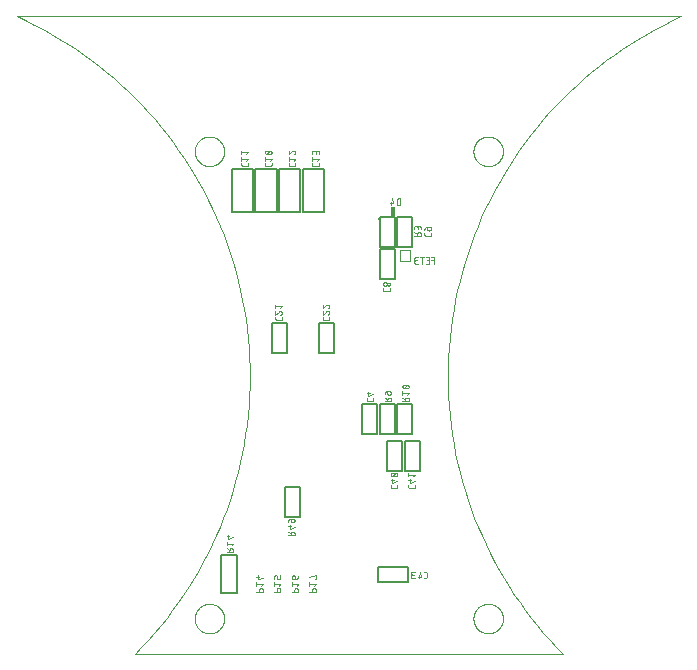
<source format=gbo>
G75*
%MOIN*%
%OFA0B0*%
%FSLAX25Y25*%
%IPPOS*%
%LPD*%
%AMOC8*
5,1,8,0,0,1.08239X$1,22.5*
%
%ADD10C,0.00000*%
%ADD11C,0.00039*%
%ADD12C,0.00800*%
%ADD13C,0.00200*%
%ADD14C,0.00500*%
%ADD15R,0.01400X0.03300*%
%ADD16C,0.00197*%
D10*
X0073943Y0027191D02*
X0216659Y0027191D01*
X0178274Y0119711D02*
X0178317Y0122928D01*
X0178438Y0126143D01*
X0178637Y0129354D01*
X0178915Y0132559D01*
X0179271Y0135756D01*
X0179705Y0138944D01*
X0180216Y0142120D01*
X0180805Y0145283D01*
X0181471Y0148431D01*
X0182214Y0151561D01*
X0183032Y0154672D01*
X0183927Y0157763D01*
X0184896Y0160830D01*
X0185941Y0163873D01*
X0187059Y0166890D01*
X0188250Y0169878D01*
X0189514Y0172837D01*
X0190850Y0175764D01*
X0192257Y0178657D01*
X0193734Y0181515D01*
X0195280Y0184336D01*
X0196895Y0187119D01*
X0198577Y0189861D01*
X0200326Y0192562D01*
X0202140Y0195219D01*
X0204018Y0197831D01*
X0205960Y0200396D01*
X0207964Y0202913D01*
X0210028Y0205381D01*
X0212152Y0207797D01*
X0214334Y0210161D01*
X0216574Y0212471D01*
X0218869Y0214725D01*
X0221219Y0216923D01*
X0223621Y0219063D01*
X0226075Y0221143D01*
X0228579Y0223163D01*
X0231131Y0225121D01*
X0233731Y0227017D01*
X0236376Y0228848D01*
X0239065Y0230615D01*
X0241796Y0232315D01*
X0244568Y0233948D01*
X0247379Y0235512D01*
X0250228Y0237008D01*
X0253112Y0238434D01*
X0256030Y0239789D01*
X0256029Y0239789D02*
X0034572Y0239789D01*
X0112328Y0119710D02*
X0112279Y0116500D01*
X0112151Y0113291D01*
X0111945Y0110087D01*
X0111661Y0106888D01*
X0111299Y0103698D01*
X0110860Y0100517D01*
X0110343Y0097348D01*
X0109749Y0094193D01*
X0109078Y0091053D01*
X0108331Y0087930D01*
X0107508Y0084826D01*
X0106610Y0081743D01*
X0105637Y0078684D01*
X0104589Y0075648D01*
X0103468Y0072639D01*
X0102273Y0069659D01*
X0101007Y0066708D01*
X0099669Y0063789D01*
X0098260Y0060904D01*
X0096781Y0058054D01*
X0095233Y0055241D01*
X0093617Y0052466D01*
X0091934Y0049731D01*
X0090185Y0047039D01*
X0088371Y0044390D01*
X0086492Y0041785D01*
X0084551Y0039228D01*
X0082548Y0036718D01*
X0080484Y0034258D01*
X0078361Y0031849D01*
X0076180Y0029493D01*
X0073942Y0027190D01*
X0112328Y0119711D02*
X0112285Y0122928D01*
X0112164Y0126143D01*
X0111965Y0129354D01*
X0111687Y0132559D01*
X0111331Y0135756D01*
X0110897Y0138944D01*
X0110386Y0142120D01*
X0109797Y0145283D01*
X0109131Y0148431D01*
X0108388Y0151561D01*
X0107570Y0154672D01*
X0106675Y0157763D01*
X0105706Y0160830D01*
X0104661Y0163873D01*
X0103543Y0166890D01*
X0102352Y0169878D01*
X0101088Y0172837D01*
X0099752Y0175764D01*
X0098345Y0178657D01*
X0096868Y0181515D01*
X0095322Y0184336D01*
X0093707Y0187119D01*
X0092025Y0189861D01*
X0090276Y0192562D01*
X0088462Y0195219D01*
X0086584Y0197831D01*
X0084642Y0200396D01*
X0082638Y0202913D01*
X0080574Y0205381D01*
X0078450Y0207797D01*
X0076268Y0210161D01*
X0074028Y0212471D01*
X0071733Y0214725D01*
X0069383Y0216923D01*
X0066981Y0219063D01*
X0064527Y0221143D01*
X0062023Y0223163D01*
X0059471Y0225121D01*
X0056871Y0227017D01*
X0054226Y0228848D01*
X0051537Y0230615D01*
X0048806Y0232315D01*
X0046034Y0233948D01*
X0043223Y0235512D01*
X0040374Y0237008D01*
X0037490Y0238434D01*
X0034572Y0239789D01*
X0178273Y0119710D02*
X0178322Y0116500D01*
X0178450Y0113291D01*
X0178656Y0110087D01*
X0178940Y0106888D01*
X0179302Y0103698D01*
X0179741Y0100517D01*
X0180258Y0097348D01*
X0180852Y0094193D01*
X0181523Y0091053D01*
X0182270Y0087930D01*
X0183093Y0084826D01*
X0183991Y0081743D01*
X0184964Y0078684D01*
X0186012Y0075648D01*
X0187133Y0072639D01*
X0188328Y0069659D01*
X0189594Y0066708D01*
X0190932Y0063789D01*
X0192341Y0060904D01*
X0193820Y0058054D01*
X0195368Y0055241D01*
X0196984Y0052466D01*
X0198667Y0049731D01*
X0200416Y0047039D01*
X0202230Y0044390D01*
X0204109Y0041785D01*
X0206050Y0039228D01*
X0208053Y0036718D01*
X0210117Y0034258D01*
X0212240Y0031849D01*
X0214421Y0029493D01*
X0216659Y0027190D01*
D11*
X0186836Y0039002D02*
X0186838Y0039142D01*
X0186844Y0039282D01*
X0186854Y0039421D01*
X0186868Y0039560D01*
X0186886Y0039699D01*
X0186907Y0039837D01*
X0186933Y0039975D01*
X0186963Y0040112D01*
X0186996Y0040247D01*
X0187034Y0040382D01*
X0187075Y0040516D01*
X0187120Y0040649D01*
X0187168Y0040780D01*
X0187221Y0040909D01*
X0187277Y0041038D01*
X0187336Y0041164D01*
X0187400Y0041289D01*
X0187466Y0041412D01*
X0187537Y0041533D01*
X0187610Y0041652D01*
X0187687Y0041769D01*
X0187768Y0041883D01*
X0187851Y0041995D01*
X0187938Y0042105D01*
X0188028Y0042213D01*
X0188120Y0042317D01*
X0188216Y0042419D01*
X0188315Y0042519D01*
X0188416Y0042615D01*
X0188520Y0042709D01*
X0188627Y0042799D01*
X0188736Y0042886D01*
X0188848Y0042971D01*
X0188962Y0043052D01*
X0189078Y0043130D01*
X0189196Y0043204D01*
X0189317Y0043275D01*
X0189439Y0043343D01*
X0189564Y0043407D01*
X0189690Y0043468D01*
X0189817Y0043525D01*
X0189947Y0043578D01*
X0190078Y0043628D01*
X0190210Y0043673D01*
X0190343Y0043716D01*
X0190478Y0043754D01*
X0190613Y0043788D01*
X0190750Y0043819D01*
X0190887Y0043846D01*
X0191025Y0043868D01*
X0191164Y0043887D01*
X0191303Y0043902D01*
X0191442Y0043913D01*
X0191582Y0043920D01*
X0191722Y0043923D01*
X0191862Y0043922D01*
X0192002Y0043917D01*
X0192141Y0043908D01*
X0192281Y0043895D01*
X0192420Y0043878D01*
X0192558Y0043857D01*
X0192696Y0043833D01*
X0192833Y0043804D01*
X0192969Y0043772D01*
X0193104Y0043735D01*
X0193238Y0043695D01*
X0193371Y0043651D01*
X0193502Y0043603D01*
X0193632Y0043552D01*
X0193761Y0043497D01*
X0193888Y0043438D01*
X0194013Y0043375D01*
X0194136Y0043310D01*
X0194258Y0043240D01*
X0194377Y0043167D01*
X0194495Y0043091D01*
X0194610Y0043012D01*
X0194723Y0042929D01*
X0194833Y0042843D01*
X0194941Y0042754D01*
X0195046Y0042662D01*
X0195149Y0042567D01*
X0195249Y0042469D01*
X0195346Y0042369D01*
X0195440Y0042265D01*
X0195532Y0042159D01*
X0195620Y0042051D01*
X0195705Y0041940D01*
X0195787Y0041826D01*
X0195866Y0041710D01*
X0195941Y0041593D01*
X0196013Y0041473D01*
X0196081Y0041351D01*
X0196146Y0041227D01*
X0196208Y0041101D01*
X0196266Y0040974D01*
X0196320Y0040845D01*
X0196371Y0040714D01*
X0196417Y0040582D01*
X0196460Y0040449D01*
X0196500Y0040315D01*
X0196535Y0040180D01*
X0196567Y0040043D01*
X0196594Y0039906D01*
X0196618Y0039768D01*
X0196638Y0039630D01*
X0196654Y0039491D01*
X0196666Y0039351D01*
X0196674Y0039212D01*
X0196678Y0039072D01*
X0196678Y0038932D01*
X0196674Y0038792D01*
X0196666Y0038653D01*
X0196654Y0038513D01*
X0196638Y0038374D01*
X0196618Y0038236D01*
X0196594Y0038098D01*
X0196567Y0037961D01*
X0196535Y0037824D01*
X0196500Y0037689D01*
X0196460Y0037555D01*
X0196417Y0037422D01*
X0196371Y0037290D01*
X0196320Y0037159D01*
X0196266Y0037030D01*
X0196208Y0036903D01*
X0196146Y0036777D01*
X0196081Y0036653D01*
X0196013Y0036531D01*
X0195941Y0036411D01*
X0195866Y0036294D01*
X0195787Y0036178D01*
X0195705Y0036064D01*
X0195620Y0035953D01*
X0195532Y0035845D01*
X0195440Y0035739D01*
X0195346Y0035635D01*
X0195249Y0035535D01*
X0195149Y0035437D01*
X0195046Y0035342D01*
X0194941Y0035250D01*
X0194833Y0035161D01*
X0194723Y0035075D01*
X0194610Y0034992D01*
X0194495Y0034913D01*
X0194377Y0034837D01*
X0194258Y0034764D01*
X0194136Y0034694D01*
X0194013Y0034629D01*
X0193888Y0034566D01*
X0193761Y0034507D01*
X0193632Y0034452D01*
X0193502Y0034401D01*
X0193371Y0034353D01*
X0193238Y0034309D01*
X0193104Y0034269D01*
X0192969Y0034232D01*
X0192833Y0034200D01*
X0192696Y0034171D01*
X0192558Y0034147D01*
X0192420Y0034126D01*
X0192281Y0034109D01*
X0192141Y0034096D01*
X0192002Y0034087D01*
X0191862Y0034082D01*
X0191722Y0034081D01*
X0191582Y0034084D01*
X0191442Y0034091D01*
X0191303Y0034102D01*
X0191164Y0034117D01*
X0191025Y0034136D01*
X0190887Y0034158D01*
X0190750Y0034185D01*
X0190613Y0034216D01*
X0190478Y0034250D01*
X0190343Y0034288D01*
X0190210Y0034331D01*
X0190078Y0034376D01*
X0189947Y0034426D01*
X0189817Y0034479D01*
X0189690Y0034536D01*
X0189564Y0034597D01*
X0189439Y0034661D01*
X0189317Y0034729D01*
X0189196Y0034800D01*
X0189078Y0034874D01*
X0188962Y0034952D01*
X0188848Y0035033D01*
X0188736Y0035118D01*
X0188627Y0035205D01*
X0188520Y0035295D01*
X0188416Y0035389D01*
X0188315Y0035485D01*
X0188216Y0035585D01*
X0188120Y0035687D01*
X0188028Y0035791D01*
X0187938Y0035899D01*
X0187851Y0036009D01*
X0187768Y0036121D01*
X0187687Y0036235D01*
X0187610Y0036352D01*
X0187537Y0036471D01*
X0187466Y0036592D01*
X0187400Y0036715D01*
X0187336Y0036840D01*
X0187277Y0036966D01*
X0187221Y0037095D01*
X0187168Y0037224D01*
X0187120Y0037355D01*
X0187075Y0037488D01*
X0187034Y0037622D01*
X0186996Y0037757D01*
X0186963Y0037892D01*
X0186933Y0038029D01*
X0186907Y0038167D01*
X0186886Y0038305D01*
X0186868Y0038444D01*
X0186854Y0038583D01*
X0186844Y0038722D01*
X0186838Y0038862D01*
X0186836Y0039002D01*
X0093923Y0039002D02*
X0093925Y0039142D01*
X0093931Y0039282D01*
X0093941Y0039421D01*
X0093955Y0039560D01*
X0093973Y0039699D01*
X0093994Y0039837D01*
X0094020Y0039975D01*
X0094050Y0040112D01*
X0094083Y0040247D01*
X0094121Y0040382D01*
X0094162Y0040516D01*
X0094207Y0040649D01*
X0094255Y0040780D01*
X0094308Y0040909D01*
X0094364Y0041038D01*
X0094423Y0041164D01*
X0094487Y0041289D01*
X0094553Y0041412D01*
X0094624Y0041533D01*
X0094697Y0041652D01*
X0094774Y0041769D01*
X0094855Y0041883D01*
X0094938Y0041995D01*
X0095025Y0042105D01*
X0095115Y0042213D01*
X0095207Y0042317D01*
X0095303Y0042419D01*
X0095402Y0042519D01*
X0095503Y0042615D01*
X0095607Y0042709D01*
X0095714Y0042799D01*
X0095823Y0042886D01*
X0095935Y0042971D01*
X0096049Y0043052D01*
X0096165Y0043130D01*
X0096283Y0043204D01*
X0096404Y0043275D01*
X0096526Y0043343D01*
X0096651Y0043407D01*
X0096777Y0043468D01*
X0096904Y0043525D01*
X0097034Y0043578D01*
X0097165Y0043628D01*
X0097297Y0043673D01*
X0097430Y0043716D01*
X0097565Y0043754D01*
X0097700Y0043788D01*
X0097837Y0043819D01*
X0097974Y0043846D01*
X0098112Y0043868D01*
X0098251Y0043887D01*
X0098390Y0043902D01*
X0098529Y0043913D01*
X0098669Y0043920D01*
X0098809Y0043923D01*
X0098949Y0043922D01*
X0099089Y0043917D01*
X0099228Y0043908D01*
X0099368Y0043895D01*
X0099507Y0043878D01*
X0099645Y0043857D01*
X0099783Y0043833D01*
X0099920Y0043804D01*
X0100056Y0043772D01*
X0100191Y0043735D01*
X0100325Y0043695D01*
X0100458Y0043651D01*
X0100589Y0043603D01*
X0100719Y0043552D01*
X0100848Y0043497D01*
X0100975Y0043438D01*
X0101100Y0043375D01*
X0101223Y0043310D01*
X0101345Y0043240D01*
X0101464Y0043167D01*
X0101582Y0043091D01*
X0101697Y0043012D01*
X0101810Y0042929D01*
X0101920Y0042843D01*
X0102028Y0042754D01*
X0102133Y0042662D01*
X0102236Y0042567D01*
X0102336Y0042469D01*
X0102433Y0042369D01*
X0102527Y0042265D01*
X0102619Y0042159D01*
X0102707Y0042051D01*
X0102792Y0041940D01*
X0102874Y0041826D01*
X0102953Y0041710D01*
X0103028Y0041593D01*
X0103100Y0041473D01*
X0103168Y0041351D01*
X0103233Y0041227D01*
X0103295Y0041101D01*
X0103353Y0040974D01*
X0103407Y0040845D01*
X0103458Y0040714D01*
X0103504Y0040582D01*
X0103547Y0040449D01*
X0103587Y0040315D01*
X0103622Y0040180D01*
X0103654Y0040043D01*
X0103681Y0039906D01*
X0103705Y0039768D01*
X0103725Y0039630D01*
X0103741Y0039491D01*
X0103753Y0039351D01*
X0103761Y0039212D01*
X0103765Y0039072D01*
X0103765Y0038932D01*
X0103761Y0038792D01*
X0103753Y0038653D01*
X0103741Y0038513D01*
X0103725Y0038374D01*
X0103705Y0038236D01*
X0103681Y0038098D01*
X0103654Y0037961D01*
X0103622Y0037824D01*
X0103587Y0037689D01*
X0103547Y0037555D01*
X0103504Y0037422D01*
X0103458Y0037290D01*
X0103407Y0037159D01*
X0103353Y0037030D01*
X0103295Y0036903D01*
X0103233Y0036777D01*
X0103168Y0036653D01*
X0103100Y0036531D01*
X0103028Y0036411D01*
X0102953Y0036294D01*
X0102874Y0036178D01*
X0102792Y0036064D01*
X0102707Y0035953D01*
X0102619Y0035845D01*
X0102527Y0035739D01*
X0102433Y0035635D01*
X0102336Y0035535D01*
X0102236Y0035437D01*
X0102133Y0035342D01*
X0102028Y0035250D01*
X0101920Y0035161D01*
X0101810Y0035075D01*
X0101697Y0034992D01*
X0101582Y0034913D01*
X0101464Y0034837D01*
X0101345Y0034764D01*
X0101223Y0034694D01*
X0101100Y0034629D01*
X0100975Y0034566D01*
X0100848Y0034507D01*
X0100719Y0034452D01*
X0100589Y0034401D01*
X0100458Y0034353D01*
X0100325Y0034309D01*
X0100191Y0034269D01*
X0100056Y0034232D01*
X0099920Y0034200D01*
X0099783Y0034171D01*
X0099645Y0034147D01*
X0099507Y0034126D01*
X0099368Y0034109D01*
X0099228Y0034096D01*
X0099089Y0034087D01*
X0098949Y0034082D01*
X0098809Y0034081D01*
X0098669Y0034084D01*
X0098529Y0034091D01*
X0098390Y0034102D01*
X0098251Y0034117D01*
X0098112Y0034136D01*
X0097974Y0034158D01*
X0097837Y0034185D01*
X0097700Y0034216D01*
X0097565Y0034250D01*
X0097430Y0034288D01*
X0097297Y0034331D01*
X0097165Y0034376D01*
X0097034Y0034426D01*
X0096904Y0034479D01*
X0096777Y0034536D01*
X0096651Y0034597D01*
X0096526Y0034661D01*
X0096404Y0034729D01*
X0096283Y0034800D01*
X0096165Y0034874D01*
X0096049Y0034952D01*
X0095935Y0035033D01*
X0095823Y0035118D01*
X0095714Y0035205D01*
X0095607Y0035295D01*
X0095503Y0035389D01*
X0095402Y0035485D01*
X0095303Y0035585D01*
X0095207Y0035687D01*
X0095115Y0035791D01*
X0095025Y0035899D01*
X0094938Y0036009D01*
X0094855Y0036121D01*
X0094774Y0036235D01*
X0094697Y0036352D01*
X0094624Y0036471D01*
X0094553Y0036592D01*
X0094487Y0036715D01*
X0094423Y0036840D01*
X0094364Y0036966D01*
X0094308Y0037095D01*
X0094255Y0037224D01*
X0094207Y0037355D01*
X0094162Y0037488D01*
X0094121Y0037622D01*
X0094083Y0037757D01*
X0094050Y0037892D01*
X0094020Y0038029D01*
X0093994Y0038167D01*
X0093973Y0038305D01*
X0093955Y0038444D01*
X0093941Y0038583D01*
X0093931Y0038722D01*
X0093925Y0038862D01*
X0093923Y0039002D01*
X0093923Y0194750D02*
X0093925Y0194890D01*
X0093931Y0195030D01*
X0093941Y0195169D01*
X0093955Y0195308D01*
X0093973Y0195447D01*
X0093994Y0195585D01*
X0094020Y0195723D01*
X0094050Y0195860D01*
X0094083Y0195995D01*
X0094121Y0196130D01*
X0094162Y0196264D01*
X0094207Y0196397D01*
X0094255Y0196528D01*
X0094308Y0196657D01*
X0094364Y0196786D01*
X0094423Y0196912D01*
X0094487Y0197037D01*
X0094553Y0197160D01*
X0094624Y0197281D01*
X0094697Y0197400D01*
X0094774Y0197517D01*
X0094855Y0197631D01*
X0094938Y0197743D01*
X0095025Y0197853D01*
X0095115Y0197961D01*
X0095207Y0198065D01*
X0095303Y0198167D01*
X0095402Y0198267D01*
X0095503Y0198363D01*
X0095607Y0198457D01*
X0095714Y0198547D01*
X0095823Y0198634D01*
X0095935Y0198719D01*
X0096049Y0198800D01*
X0096165Y0198878D01*
X0096283Y0198952D01*
X0096404Y0199023D01*
X0096526Y0199091D01*
X0096651Y0199155D01*
X0096777Y0199216D01*
X0096904Y0199273D01*
X0097034Y0199326D01*
X0097165Y0199376D01*
X0097297Y0199421D01*
X0097430Y0199464D01*
X0097565Y0199502D01*
X0097700Y0199536D01*
X0097837Y0199567D01*
X0097974Y0199594D01*
X0098112Y0199616D01*
X0098251Y0199635D01*
X0098390Y0199650D01*
X0098529Y0199661D01*
X0098669Y0199668D01*
X0098809Y0199671D01*
X0098949Y0199670D01*
X0099089Y0199665D01*
X0099228Y0199656D01*
X0099368Y0199643D01*
X0099507Y0199626D01*
X0099645Y0199605D01*
X0099783Y0199581D01*
X0099920Y0199552D01*
X0100056Y0199520D01*
X0100191Y0199483D01*
X0100325Y0199443D01*
X0100458Y0199399D01*
X0100589Y0199351D01*
X0100719Y0199300D01*
X0100848Y0199245D01*
X0100975Y0199186D01*
X0101100Y0199123D01*
X0101223Y0199058D01*
X0101345Y0198988D01*
X0101464Y0198915D01*
X0101582Y0198839D01*
X0101697Y0198760D01*
X0101810Y0198677D01*
X0101920Y0198591D01*
X0102028Y0198502D01*
X0102133Y0198410D01*
X0102236Y0198315D01*
X0102336Y0198217D01*
X0102433Y0198117D01*
X0102527Y0198013D01*
X0102619Y0197907D01*
X0102707Y0197799D01*
X0102792Y0197688D01*
X0102874Y0197574D01*
X0102953Y0197458D01*
X0103028Y0197341D01*
X0103100Y0197221D01*
X0103168Y0197099D01*
X0103233Y0196975D01*
X0103295Y0196849D01*
X0103353Y0196722D01*
X0103407Y0196593D01*
X0103458Y0196462D01*
X0103504Y0196330D01*
X0103547Y0196197D01*
X0103587Y0196063D01*
X0103622Y0195928D01*
X0103654Y0195791D01*
X0103681Y0195654D01*
X0103705Y0195516D01*
X0103725Y0195378D01*
X0103741Y0195239D01*
X0103753Y0195099D01*
X0103761Y0194960D01*
X0103765Y0194820D01*
X0103765Y0194680D01*
X0103761Y0194540D01*
X0103753Y0194401D01*
X0103741Y0194261D01*
X0103725Y0194122D01*
X0103705Y0193984D01*
X0103681Y0193846D01*
X0103654Y0193709D01*
X0103622Y0193572D01*
X0103587Y0193437D01*
X0103547Y0193303D01*
X0103504Y0193170D01*
X0103458Y0193038D01*
X0103407Y0192907D01*
X0103353Y0192778D01*
X0103295Y0192651D01*
X0103233Y0192525D01*
X0103168Y0192401D01*
X0103100Y0192279D01*
X0103028Y0192159D01*
X0102953Y0192042D01*
X0102874Y0191926D01*
X0102792Y0191812D01*
X0102707Y0191701D01*
X0102619Y0191593D01*
X0102527Y0191487D01*
X0102433Y0191383D01*
X0102336Y0191283D01*
X0102236Y0191185D01*
X0102133Y0191090D01*
X0102028Y0190998D01*
X0101920Y0190909D01*
X0101810Y0190823D01*
X0101697Y0190740D01*
X0101582Y0190661D01*
X0101464Y0190585D01*
X0101345Y0190512D01*
X0101223Y0190442D01*
X0101100Y0190377D01*
X0100975Y0190314D01*
X0100848Y0190255D01*
X0100719Y0190200D01*
X0100589Y0190149D01*
X0100458Y0190101D01*
X0100325Y0190057D01*
X0100191Y0190017D01*
X0100056Y0189980D01*
X0099920Y0189948D01*
X0099783Y0189919D01*
X0099645Y0189895D01*
X0099507Y0189874D01*
X0099368Y0189857D01*
X0099228Y0189844D01*
X0099089Y0189835D01*
X0098949Y0189830D01*
X0098809Y0189829D01*
X0098669Y0189832D01*
X0098529Y0189839D01*
X0098390Y0189850D01*
X0098251Y0189865D01*
X0098112Y0189884D01*
X0097974Y0189906D01*
X0097837Y0189933D01*
X0097700Y0189964D01*
X0097565Y0189998D01*
X0097430Y0190036D01*
X0097297Y0190079D01*
X0097165Y0190124D01*
X0097034Y0190174D01*
X0096904Y0190227D01*
X0096777Y0190284D01*
X0096651Y0190345D01*
X0096526Y0190409D01*
X0096404Y0190477D01*
X0096283Y0190548D01*
X0096165Y0190622D01*
X0096049Y0190700D01*
X0095935Y0190781D01*
X0095823Y0190866D01*
X0095714Y0190953D01*
X0095607Y0191043D01*
X0095503Y0191137D01*
X0095402Y0191233D01*
X0095303Y0191333D01*
X0095207Y0191435D01*
X0095115Y0191539D01*
X0095025Y0191647D01*
X0094938Y0191757D01*
X0094855Y0191869D01*
X0094774Y0191983D01*
X0094697Y0192100D01*
X0094624Y0192219D01*
X0094553Y0192340D01*
X0094487Y0192463D01*
X0094423Y0192588D01*
X0094364Y0192714D01*
X0094308Y0192843D01*
X0094255Y0192972D01*
X0094207Y0193103D01*
X0094162Y0193236D01*
X0094121Y0193370D01*
X0094083Y0193505D01*
X0094050Y0193640D01*
X0094020Y0193777D01*
X0093994Y0193915D01*
X0093973Y0194053D01*
X0093955Y0194192D01*
X0093941Y0194331D01*
X0093931Y0194470D01*
X0093925Y0194610D01*
X0093923Y0194750D01*
X0186836Y0194750D02*
X0186838Y0194890D01*
X0186844Y0195030D01*
X0186854Y0195169D01*
X0186868Y0195308D01*
X0186886Y0195447D01*
X0186907Y0195585D01*
X0186933Y0195723D01*
X0186963Y0195860D01*
X0186996Y0195995D01*
X0187034Y0196130D01*
X0187075Y0196264D01*
X0187120Y0196397D01*
X0187168Y0196528D01*
X0187221Y0196657D01*
X0187277Y0196786D01*
X0187336Y0196912D01*
X0187400Y0197037D01*
X0187466Y0197160D01*
X0187537Y0197281D01*
X0187610Y0197400D01*
X0187687Y0197517D01*
X0187768Y0197631D01*
X0187851Y0197743D01*
X0187938Y0197853D01*
X0188028Y0197961D01*
X0188120Y0198065D01*
X0188216Y0198167D01*
X0188315Y0198267D01*
X0188416Y0198363D01*
X0188520Y0198457D01*
X0188627Y0198547D01*
X0188736Y0198634D01*
X0188848Y0198719D01*
X0188962Y0198800D01*
X0189078Y0198878D01*
X0189196Y0198952D01*
X0189317Y0199023D01*
X0189439Y0199091D01*
X0189564Y0199155D01*
X0189690Y0199216D01*
X0189817Y0199273D01*
X0189947Y0199326D01*
X0190078Y0199376D01*
X0190210Y0199421D01*
X0190343Y0199464D01*
X0190478Y0199502D01*
X0190613Y0199536D01*
X0190750Y0199567D01*
X0190887Y0199594D01*
X0191025Y0199616D01*
X0191164Y0199635D01*
X0191303Y0199650D01*
X0191442Y0199661D01*
X0191582Y0199668D01*
X0191722Y0199671D01*
X0191862Y0199670D01*
X0192002Y0199665D01*
X0192141Y0199656D01*
X0192281Y0199643D01*
X0192420Y0199626D01*
X0192558Y0199605D01*
X0192696Y0199581D01*
X0192833Y0199552D01*
X0192969Y0199520D01*
X0193104Y0199483D01*
X0193238Y0199443D01*
X0193371Y0199399D01*
X0193502Y0199351D01*
X0193632Y0199300D01*
X0193761Y0199245D01*
X0193888Y0199186D01*
X0194013Y0199123D01*
X0194136Y0199058D01*
X0194258Y0198988D01*
X0194377Y0198915D01*
X0194495Y0198839D01*
X0194610Y0198760D01*
X0194723Y0198677D01*
X0194833Y0198591D01*
X0194941Y0198502D01*
X0195046Y0198410D01*
X0195149Y0198315D01*
X0195249Y0198217D01*
X0195346Y0198117D01*
X0195440Y0198013D01*
X0195532Y0197907D01*
X0195620Y0197799D01*
X0195705Y0197688D01*
X0195787Y0197574D01*
X0195866Y0197458D01*
X0195941Y0197341D01*
X0196013Y0197221D01*
X0196081Y0197099D01*
X0196146Y0196975D01*
X0196208Y0196849D01*
X0196266Y0196722D01*
X0196320Y0196593D01*
X0196371Y0196462D01*
X0196417Y0196330D01*
X0196460Y0196197D01*
X0196500Y0196063D01*
X0196535Y0195928D01*
X0196567Y0195791D01*
X0196594Y0195654D01*
X0196618Y0195516D01*
X0196638Y0195378D01*
X0196654Y0195239D01*
X0196666Y0195099D01*
X0196674Y0194960D01*
X0196678Y0194820D01*
X0196678Y0194680D01*
X0196674Y0194540D01*
X0196666Y0194401D01*
X0196654Y0194261D01*
X0196638Y0194122D01*
X0196618Y0193984D01*
X0196594Y0193846D01*
X0196567Y0193709D01*
X0196535Y0193572D01*
X0196500Y0193437D01*
X0196460Y0193303D01*
X0196417Y0193170D01*
X0196371Y0193038D01*
X0196320Y0192907D01*
X0196266Y0192778D01*
X0196208Y0192651D01*
X0196146Y0192525D01*
X0196081Y0192401D01*
X0196013Y0192279D01*
X0195941Y0192159D01*
X0195866Y0192042D01*
X0195787Y0191926D01*
X0195705Y0191812D01*
X0195620Y0191701D01*
X0195532Y0191593D01*
X0195440Y0191487D01*
X0195346Y0191383D01*
X0195249Y0191283D01*
X0195149Y0191185D01*
X0195046Y0191090D01*
X0194941Y0190998D01*
X0194833Y0190909D01*
X0194723Y0190823D01*
X0194610Y0190740D01*
X0194495Y0190661D01*
X0194377Y0190585D01*
X0194258Y0190512D01*
X0194136Y0190442D01*
X0194013Y0190377D01*
X0193888Y0190314D01*
X0193761Y0190255D01*
X0193632Y0190200D01*
X0193502Y0190149D01*
X0193371Y0190101D01*
X0193238Y0190057D01*
X0193104Y0190017D01*
X0192969Y0189980D01*
X0192833Y0189948D01*
X0192696Y0189919D01*
X0192558Y0189895D01*
X0192420Y0189874D01*
X0192281Y0189857D01*
X0192141Y0189844D01*
X0192002Y0189835D01*
X0191862Y0189830D01*
X0191722Y0189829D01*
X0191582Y0189832D01*
X0191442Y0189839D01*
X0191303Y0189850D01*
X0191164Y0189865D01*
X0191025Y0189884D01*
X0190887Y0189906D01*
X0190750Y0189933D01*
X0190613Y0189964D01*
X0190478Y0189998D01*
X0190343Y0190036D01*
X0190210Y0190079D01*
X0190078Y0190124D01*
X0189947Y0190174D01*
X0189817Y0190227D01*
X0189690Y0190284D01*
X0189564Y0190345D01*
X0189439Y0190409D01*
X0189317Y0190477D01*
X0189196Y0190548D01*
X0189078Y0190622D01*
X0188962Y0190700D01*
X0188848Y0190781D01*
X0188736Y0190866D01*
X0188627Y0190953D01*
X0188520Y0191043D01*
X0188416Y0191137D01*
X0188315Y0191233D01*
X0188216Y0191333D01*
X0188120Y0191435D01*
X0188028Y0191539D01*
X0187938Y0191647D01*
X0187851Y0191757D01*
X0187768Y0191869D01*
X0187687Y0191983D01*
X0187610Y0192100D01*
X0187537Y0192219D01*
X0187466Y0192340D01*
X0187400Y0192463D01*
X0187336Y0192588D01*
X0187277Y0192714D01*
X0187221Y0192843D01*
X0187168Y0192972D01*
X0187120Y0193103D01*
X0187075Y0193236D01*
X0187034Y0193370D01*
X0186996Y0193505D01*
X0186963Y0193640D01*
X0186933Y0193777D01*
X0186907Y0193915D01*
X0186886Y0194053D01*
X0186868Y0194192D01*
X0186854Y0194331D01*
X0186844Y0194470D01*
X0186838Y0194610D01*
X0186836Y0194750D01*
D12*
X0166502Y0172939D02*
X0161502Y0172939D01*
X0161502Y0162939D01*
X0166502Y0162939D01*
X0166502Y0172939D01*
X0160596Y0172939D02*
X0155596Y0172939D01*
X0155596Y0162939D01*
X0160596Y0162939D01*
X0160596Y0172939D01*
X0160596Y0162112D02*
X0155596Y0162112D01*
X0155596Y0152112D01*
X0160596Y0152112D01*
X0160596Y0162112D01*
X0137033Y0174631D02*
X0137033Y0188805D01*
X0129946Y0188805D01*
X0129946Y0174631D01*
X0137033Y0174631D01*
X0129159Y0174631D02*
X0129159Y0188805D01*
X0122072Y0188805D01*
X0122072Y0174631D01*
X0129159Y0174631D01*
X0121285Y0174631D02*
X0121285Y0188805D01*
X0114198Y0188805D01*
X0114198Y0174631D01*
X0121285Y0174631D01*
X0113411Y0174631D02*
X0113411Y0188805D01*
X0106324Y0188805D01*
X0106324Y0174631D01*
X0113411Y0174631D01*
X0119671Y0137506D02*
X0119671Y0127506D01*
X0124671Y0127506D01*
X0124671Y0137506D01*
X0119671Y0137506D01*
X0135419Y0137506D02*
X0135419Y0127506D01*
X0140419Y0127506D01*
X0140419Y0137506D01*
X0135419Y0137506D01*
X0149691Y0110439D02*
X0149691Y0100439D01*
X0154691Y0100439D01*
X0154691Y0110439D01*
X0149691Y0110439D01*
X0155596Y0110439D02*
X0155596Y0100439D01*
X0160596Y0100439D01*
X0160596Y0110439D01*
X0155596Y0110439D01*
X0161502Y0110439D02*
X0161502Y0100439D01*
X0166502Y0100439D01*
X0166502Y0110439D01*
X0161502Y0110439D01*
X0163057Y0098135D02*
X0158057Y0098135D01*
X0158057Y0088135D01*
X0163057Y0088135D01*
X0163057Y0098135D01*
X0163962Y0098135D02*
X0163962Y0088135D01*
X0168962Y0088135D01*
X0168962Y0098135D01*
X0163962Y0098135D01*
X0129100Y0082880D02*
X0129100Y0072880D01*
X0124100Y0072880D01*
X0124100Y0082880D01*
X0129100Y0082880D01*
X0108194Y0060065D02*
X0102683Y0060065D01*
X0102683Y0047466D01*
X0108194Y0047466D01*
X0108194Y0060065D01*
X0155065Y0056265D02*
X0155065Y0051265D01*
X0165065Y0051265D01*
X0165065Y0056265D01*
X0155065Y0056265D01*
D13*
X0166559Y0054650D02*
X0167292Y0054650D01*
X0166559Y0054650D02*
X0166516Y0054648D01*
X0166474Y0054643D01*
X0166432Y0054633D01*
X0166392Y0054621D01*
X0166352Y0054604D01*
X0166315Y0054584D01*
X0166279Y0054562D01*
X0166245Y0054536D01*
X0166213Y0054507D01*
X0166184Y0054475D01*
X0166158Y0054441D01*
X0166136Y0054406D01*
X0166116Y0054368D01*
X0166099Y0054328D01*
X0166087Y0054288D01*
X0166077Y0054246D01*
X0166072Y0054204D01*
X0166070Y0054161D01*
X0166072Y0054118D01*
X0166077Y0054076D01*
X0166087Y0054034D01*
X0166099Y0053994D01*
X0166116Y0053954D01*
X0166136Y0053917D01*
X0166158Y0053881D01*
X0166184Y0053847D01*
X0166213Y0053815D01*
X0166245Y0053786D01*
X0166279Y0053760D01*
X0166315Y0053738D01*
X0166352Y0053718D01*
X0166392Y0053701D01*
X0166432Y0053689D01*
X0166474Y0053679D01*
X0166516Y0053674D01*
X0166559Y0053672D01*
X0167048Y0053672D01*
X0166681Y0053672D02*
X0166633Y0053670D01*
X0166585Y0053664D01*
X0166538Y0053655D01*
X0166492Y0053642D01*
X0166447Y0053625D01*
X0166404Y0053605D01*
X0166362Y0053582D01*
X0166322Y0053555D01*
X0166284Y0053526D01*
X0166249Y0053493D01*
X0166216Y0053458D01*
X0166187Y0053420D01*
X0166160Y0053380D01*
X0166137Y0053338D01*
X0166117Y0053295D01*
X0166100Y0053250D01*
X0166087Y0053204D01*
X0166078Y0053157D01*
X0166072Y0053109D01*
X0166070Y0053061D01*
X0166072Y0053013D01*
X0166078Y0052965D01*
X0166087Y0052918D01*
X0166100Y0052872D01*
X0166117Y0052827D01*
X0166137Y0052784D01*
X0166160Y0052742D01*
X0166187Y0052702D01*
X0166216Y0052664D01*
X0166249Y0052629D01*
X0166284Y0052596D01*
X0166322Y0052567D01*
X0166362Y0052540D01*
X0166404Y0052517D01*
X0166447Y0052497D01*
X0166492Y0052480D01*
X0166538Y0052467D01*
X0166585Y0052458D01*
X0166633Y0052452D01*
X0166681Y0052450D01*
X0167292Y0052450D01*
X0168230Y0052938D02*
X0169452Y0052938D01*
X0168963Y0054650D01*
X0168597Y0053427D02*
X0168597Y0052450D01*
X0170281Y0052450D02*
X0170770Y0052450D01*
X0170770Y0052449D02*
X0170813Y0052451D01*
X0170855Y0052456D01*
X0170897Y0052466D01*
X0170937Y0052478D01*
X0170977Y0052495D01*
X0171015Y0052515D01*
X0171050Y0052537D01*
X0171084Y0052563D01*
X0171116Y0052592D01*
X0171145Y0052624D01*
X0171171Y0052658D01*
X0171193Y0052694D01*
X0171213Y0052731D01*
X0171230Y0052771D01*
X0171242Y0052811D01*
X0171252Y0052853D01*
X0171257Y0052895D01*
X0171259Y0052938D01*
X0171259Y0054161D01*
X0171257Y0054204D01*
X0171252Y0054246D01*
X0171242Y0054288D01*
X0171230Y0054328D01*
X0171213Y0054368D01*
X0171193Y0054406D01*
X0171171Y0054441D01*
X0171145Y0054475D01*
X0171116Y0054507D01*
X0171084Y0054536D01*
X0171050Y0054562D01*
X0171015Y0054584D01*
X0170977Y0054604D01*
X0170937Y0054621D01*
X0170897Y0054633D01*
X0170855Y0054643D01*
X0170813Y0054648D01*
X0170770Y0054650D01*
X0170281Y0054650D01*
X0166858Y0082433D02*
X0165635Y0082433D01*
X0165592Y0082435D01*
X0165550Y0082440D01*
X0165508Y0082450D01*
X0165468Y0082462D01*
X0165428Y0082479D01*
X0165391Y0082499D01*
X0165355Y0082521D01*
X0165321Y0082547D01*
X0165289Y0082576D01*
X0165260Y0082608D01*
X0165234Y0082642D01*
X0165212Y0082678D01*
X0165192Y0082715D01*
X0165175Y0082755D01*
X0165163Y0082795D01*
X0165153Y0082837D01*
X0165148Y0082879D01*
X0165146Y0082922D01*
X0165146Y0083411D01*
X0165635Y0084240D02*
X0165635Y0085462D01*
X0166124Y0085095D02*
X0165146Y0085095D01*
X0165635Y0084240D02*
X0167346Y0084729D01*
X0167346Y0083411D02*
X0167346Y0082922D01*
X0167347Y0082922D02*
X0167345Y0082879D01*
X0167340Y0082837D01*
X0167330Y0082795D01*
X0167318Y0082755D01*
X0167301Y0082715D01*
X0167281Y0082677D01*
X0167259Y0082642D01*
X0167233Y0082608D01*
X0167204Y0082576D01*
X0167172Y0082547D01*
X0167138Y0082521D01*
X0167102Y0082499D01*
X0167065Y0082479D01*
X0167025Y0082462D01*
X0166985Y0082450D01*
X0166943Y0082440D01*
X0166901Y0082435D01*
X0166858Y0082433D01*
X0166858Y0086400D02*
X0167346Y0087011D01*
X0165146Y0087011D01*
X0165146Y0086400D02*
X0165146Y0087622D01*
X0160952Y0087500D02*
X0159730Y0086522D01*
X0159241Y0087011D02*
X0159243Y0087051D01*
X0159248Y0087091D01*
X0159257Y0087130D01*
X0159269Y0087168D01*
X0159285Y0087205D01*
X0159303Y0087240D01*
X0159325Y0087274D01*
X0159350Y0087305D01*
X0159377Y0087334D01*
X0159407Y0087361D01*
X0159439Y0087385D01*
X0159473Y0087406D01*
X0159509Y0087424D01*
X0159546Y0087439D01*
X0159241Y0087011D02*
X0159243Y0086971D01*
X0159248Y0086931D01*
X0159257Y0086892D01*
X0159269Y0086854D01*
X0159285Y0086817D01*
X0159303Y0086782D01*
X0159325Y0086748D01*
X0159350Y0086717D01*
X0159377Y0086688D01*
X0159407Y0086661D01*
X0159439Y0086637D01*
X0159473Y0086616D01*
X0159509Y0086598D01*
X0159546Y0086583D01*
X0160341Y0087622D02*
X0160423Y0087620D01*
X0160505Y0087615D01*
X0160587Y0087605D01*
X0160668Y0087592D01*
X0160749Y0087576D01*
X0160828Y0087555D01*
X0160907Y0087531D01*
X0160985Y0087504D01*
X0161061Y0087473D01*
X0161135Y0087439D01*
X0161136Y0087439D02*
X0161173Y0087424D01*
X0161209Y0087406D01*
X0161243Y0087385D01*
X0161275Y0087361D01*
X0161305Y0087334D01*
X0161332Y0087305D01*
X0161357Y0087274D01*
X0161379Y0087240D01*
X0161397Y0087205D01*
X0161413Y0087168D01*
X0161425Y0087130D01*
X0161434Y0087091D01*
X0161439Y0087051D01*
X0161441Y0087011D01*
X0161439Y0086971D01*
X0161434Y0086931D01*
X0161425Y0086892D01*
X0161413Y0086854D01*
X0161397Y0086817D01*
X0161379Y0086782D01*
X0161357Y0086748D01*
X0161332Y0086717D01*
X0161305Y0086688D01*
X0161275Y0086661D01*
X0161243Y0086637D01*
X0161209Y0086616D01*
X0161173Y0086598D01*
X0161136Y0086583D01*
X0160341Y0087622D02*
X0160259Y0087620D01*
X0160177Y0087615D01*
X0160095Y0087605D01*
X0160014Y0087592D01*
X0159933Y0087576D01*
X0159854Y0087555D01*
X0159775Y0087531D01*
X0159697Y0087504D01*
X0159621Y0087473D01*
X0159547Y0087439D01*
X0160341Y0086400D02*
X0160423Y0086402D01*
X0160505Y0086407D01*
X0160587Y0086417D01*
X0160668Y0086430D01*
X0160749Y0086446D01*
X0160828Y0086467D01*
X0160907Y0086491D01*
X0160985Y0086518D01*
X0161061Y0086549D01*
X0161135Y0086583D01*
X0160219Y0085095D02*
X0159241Y0085095D01*
X0159730Y0085462D02*
X0159730Y0084240D01*
X0161441Y0084729D01*
X0161441Y0083411D02*
X0161441Y0082922D01*
X0161439Y0082879D01*
X0161434Y0082837D01*
X0161424Y0082795D01*
X0161412Y0082755D01*
X0161395Y0082715D01*
X0161375Y0082677D01*
X0161353Y0082642D01*
X0161327Y0082608D01*
X0161298Y0082576D01*
X0161266Y0082547D01*
X0161232Y0082521D01*
X0161196Y0082499D01*
X0161159Y0082479D01*
X0161119Y0082462D01*
X0161079Y0082450D01*
X0161037Y0082440D01*
X0160995Y0082435D01*
X0160952Y0082433D01*
X0159730Y0082433D01*
X0159687Y0082435D01*
X0159645Y0082440D01*
X0159603Y0082450D01*
X0159563Y0082462D01*
X0159523Y0082479D01*
X0159486Y0082499D01*
X0159450Y0082521D01*
X0159416Y0082547D01*
X0159384Y0082576D01*
X0159355Y0082608D01*
X0159329Y0082642D01*
X0159307Y0082678D01*
X0159287Y0082715D01*
X0159270Y0082755D01*
X0159258Y0082795D01*
X0159248Y0082837D01*
X0159243Y0082879D01*
X0159241Y0082922D01*
X0159241Y0083411D01*
X0160341Y0086400D02*
X0160259Y0086402D01*
X0160177Y0086407D01*
X0160095Y0086417D01*
X0160014Y0086430D01*
X0159933Y0086446D01*
X0159854Y0086467D01*
X0159775Y0086491D01*
X0159697Y0086518D01*
X0159621Y0086549D01*
X0159547Y0086583D01*
X0159412Y0111444D02*
X0157212Y0111444D01*
X0158190Y0111444D02*
X0158190Y0112055D01*
X0158190Y0112177D02*
X0157212Y0112666D01*
X0157212Y0113834D02*
X0157214Y0113895D01*
X0157220Y0113957D01*
X0157229Y0114017D01*
X0157243Y0114077D01*
X0157260Y0114136D01*
X0157281Y0114194D01*
X0157305Y0114250D01*
X0157333Y0114305D01*
X0157364Y0114358D01*
X0157399Y0114409D01*
X0157436Y0114457D01*
X0157477Y0114503D01*
X0157521Y0114547D01*
X0157567Y0114588D01*
X0157615Y0114625D01*
X0157666Y0114660D01*
X0157719Y0114691D01*
X0157774Y0114719D01*
X0157830Y0114743D01*
X0157888Y0114764D01*
X0157947Y0114781D01*
X0158007Y0114795D01*
X0158067Y0114804D01*
X0158129Y0114810D01*
X0158190Y0114812D01*
X0158801Y0114812D01*
X0158849Y0114810D01*
X0158897Y0114804D01*
X0158944Y0114795D01*
X0158990Y0114782D01*
X0159035Y0114765D01*
X0159078Y0114745D01*
X0159120Y0114722D01*
X0159160Y0114695D01*
X0159198Y0114666D01*
X0159233Y0114633D01*
X0159266Y0114598D01*
X0159295Y0114560D01*
X0159322Y0114520D01*
X0159345Y0114478D01*
X0159365Y0114435D01*
X0159382Y0114390D01*
X0159395Y0114344D01*
X0159404Y0114297D01*
X0159410Y0114249D01*
X0159412Y0114201D01*
X0159410Y0114153D01*
X0159404Y0114105D01*
X0159395Y0114058D01*
X0159382Y0114012D01*
X0159365Y0113967D01*
X0159345Y0113924D01*
X0159322Y0113882D01*
X0159295Y0113842D01*
X0159266Y0113804D01*
X0159233Y0113769D01*
X0159198Y0113736D01*
X0159160Y0113707D01*
X0159120Y0113680D01*
X0159078Y0113657D01*
X0159035Y0113637D01*
X0158990Y0113620D01*
X0158944Y0113607D01*
X0158897Y0113598D01*
X0158849Y0113592D01*
X0158801Y0113590D01*
X0158678Y0113590D01*
X0158635Y0113592D01*
X0158593Y0113597D01*
X0158551Y0113607D01*
X0158511Y0113619D01*
X0158471Y0113636D01*
X0158434Y0113656D01*
X0158398Y0113678D01*
X0158364Y0113704D01*
X0158332Y0113733D01*
X0158303Y0113765D01*
X0158277Y0113799D01*
X0158255Y0113834D01*
X0158235Y0113872D01*
X0158218Y0113912D01*
X0158206Y0113952D01*
X0158196Y0113994D01*
X0158191Y0114036D01*
X0158189Y0114079D01*
X0158190Y0114079D02*
X0158190Y0114812D01*
X0158190Y0112055D02*
X0158192Y0112103D01*
X0158198Y0112151D01*
X0158207Y0112198D01*
X0158220Y0112244D01*
X0158237Y0112289D01*
X0158257Y0112332D01*
X0158280Y0112374D01*
X0158307Y0112414D01*
X0158336Y0112452D01*
X0158369Y0112487D01*
X0158404Y0112520D01*
X0158442Y0112549D01*
X0158482Y0112576D01*
X0158524Y0112599D01*
X0158567Y0112619D01*
X0158612Y0112636D01*
X0158658Y0112649D01*
X0158705Y0112658D01*
X0158753Y0112664D01*
X0158801Y0112666D01*
X0158849Y0112664D01*
X0158897Y0112658D01*
X0158944Y0112649D01*
X0158990Y0112636D01*
X0159035Y0112619D01*
X0159078Y0112599D01*
X0159120Y0112576D01*
X0159160Y0112549D01*
X0159198Y0112520D01*
X0159233Y0112487D01*
X0159266Y0112452D01*
X0159295Y0112414D01*
X0159322Y0112374D01*
X0159345Y0112332D01*
X0159365Y0112289D01*
X0159382Y0112244D01*
X0159395Y0112198D01*
X0159404Y0112151D01*
X0159410Y0112103D01*
X0159412Y0112055D01*
X0159412Y0111444D01*
X0163117Y0111444D02*
X0165317Y0111444D01*
X0165317Y0112055D01*
X0165315Y0112103D01*
X0165309Y0112151D01*
X0165300Y0112198D01*
X0165287Y0112244D01*
X0165270Y0112289D01*
X0165250Y0112332D01*
X0165227Y0112374D01*
X0165200Y0112414D01*
X0165171Y0112452D01*
X0165138Y0112487D01*
X0165103Y0112520D01*
X0165065Y0112549D01*
X0165025Y0112576D01*
X0164983Y0112599D01*
X0164940Y0112619D01*
X0164895Y0112636D01*
X0164849Y0112649D01*
X0164802Y0112658D01*
X0164754Y0112664D01*
X0164706Y0112666D01*
X0164658Y0112664D01*
X0164610Y0112658D01*
X0164563Y0112649D01*
X0164517Y0112636D01*
X0164472Y0112619D01*
X0164429Y0112599D01*
X0164387Y0112576D01*
X0164347Y0112549D01*
X0164309Y0112520D01*
X0164274Y0112487D01*
X0164241Y0112452D01*
X0164212Y0112414D01*
X0164185Y0112374D01*
X0164162Y0112332D01*
X0164142Y0112289D01*
X0164125Y0112244D01*
X0164112Y0112198D01*
X0164103Y0112151D01*
X0164097Y0112103D01*
X0164095Y0112055D01*
X0164095Y0111444D01*
X0164095Y0112177D02*
X0163117Y0112666D01*
X0163117Y0113590D02*
X0163117Y0114812D01*
X0163117Y0114201D02*
X0165317Y0114201D01*
X0164828Y0113590D01*
X0164217Y0116972D02*
X0164135Y0116970D01*
X0164053Y0116965D01*
X0163971Y0116955D01*
X0163890Y0116942D01*
X0163809Y0116926D01*
X0163730Y0116905D01*
X0163651Y0116881D01*
X0163573Y0116854D01*
X0163497Y0116823D01*
X0163423Y0116789D01*
X0163386Y0116774D01*
X0163350Y0116756D01*
X0163316Y0116735D01*
X0163284Y0116711D01*
X0163254Y0116684D01*
X0163227Y0116655D01*
X0163202Y0116624D01*
X0163180Y0116590D01*
X0163162Y0116555D01*
X0163146Y0116518D01*
X0163134Y0116480D01*
X0163125Y0116441D01*
X0163120Y0116401D01*
X0163118Y0116361D01*
X0163120Y0116321D01*
X0163125Y0116281D01*
X0163134Y0116242D01*
X0163146Y0116204D01*
X0163162Y0116167D01*
X0163180Y0116132D01*
X0163202Y0116098D01*
X0163227Y0116067D01*
X0163254Y0116038D01*
X0163284Y0116011D01*
X0163316Y0115987D01*
X0163350Y0115966D01*
X0163386Y0115948D01*
X0163423Y0115933D01*
X0163606Y0115872D02*
X0164828Y0116850D01*
X0165012Y0116789D02*
X0165049Y0116774D01*
X0165085Y0116756D01*
X0165119Y0116735D01*
X0165151Y0116711D01*
X0165181Y0116684D01*
X0165208Y0116655D01*
X0165233Y0116624D01*
X0165255Y0116590D01*
X0165273Y0116555D01*
X0165289Y0116518D01*
X0165301Y0116480D01*
X0165310Y0116441D01*
X0165315Y0116401D01*
X0165317Y0116361D01*
X0165315Y0116321D01*
X0165310Y0116281D01*
X0165301Y0116242D01*
X0165289Y0116204D01*
X0165273Y0116167D01*
X0165255Y0116132D01*
X0165233Y0116098D01*
X0165208Y0116067D01*
X0165181Y0116038D01*
X0165151Y0116011D01*
X0165119Y0115987D01*
X0165085Y0115966D01*
X0165049Y0115948D01*
X0165012Y0115933D01*
X0165011Y0116789D02*
X0164937Y0116823D01*
X0164861Y0116854D01*
X0164783Y0116881D01*
X0164704Y0116905D01*
X0164625Y0116926D01*
X0164544Y0116942D01*
X0164463Y0116955D01*
X0164381Y0116965D01*
X0164299Y0116970D01*
X0164217Y0116972D01*
X0164217Y0115750D02*
X0164299Y0115752D01*
X0164381Y0115757D01*
X0164463Y0115767D01*
X0164544Y0115780D01*
X0164625Y0115796D01*
X0164704Y0115817D01*
X0164783Y0115841D01*
X0164861Y0115868D01*
X0164937Y0115899D01*
X0165011Y0115933D01*
X0164217Y0115750D02*
X0164135Y0115752D01*
X0164053Y0115757D01*
X0163971Y0115767D01*
X0163890Y0115780D01*
X0163809Y0115796D01*
X0163730Y0115817D01*
X0163651Y0115841D01*
X0163573Y0115868D01*
X0163497Y0115899D01*
X0163423Y0115933D01*
X0153506Y0113739D02*
X0151795Y0113250D01*
X0151795Y0114473D01*
X0152284Y0114106D02*
X0151306Y0114106D01*
X0151306Y0112422D02*
X0151306Y0111933D01*
X0151308Y0111890D01*
X0151313Y0111848D01*
X0151323Y0111806D01*
X0151335Y0111766D01*
X0151352Y0111726D01*
X0151372Y0111689D01*
X0151394Y0111653D01*
X0151420Y0111619D01*
X0151449Y0111587D01*
X0151481Y0111558D01*
X0151515Y0111532D01*
X0151551Y0111510D01*
X0151588Y0111490D01*
X0151628Y0111473D01*
X0151668Y0111461D01*
X0151710Y0111451D01*
X0151752Y0111446D01*
X0151795Y0111444D01*
X0153017Y0111444D01*
X0153060Y0111446D01*
X0153102Y0111451D01*
X0153144Y0111461D01*
X0153184Y0111473D01*
X0153224Y0111490D01*
X0153261Y0111510D01*
X0153297Y0111532D01*
X0153331Y0111558D01*
X0153363Y0111587D01*
X0153392Y0111619D01*
X0153418Y0111653D01*
X0153440Y0111688D01*
X0153460Y0111726D01*
X0153477Y0111766D01*
X0153489Y0111806D01*
X0153499Y0111848D01*
X0153504Y0111890D01*
X0153506Y0111933D01*
X0153506Y0112422D01*
X0138254Y0138511D02*
X0137031Y0138511D01*
X0136988Y0138513D01*
X0136946Y0138518D01*
X0136904Y0138528D01*
X0136864Y0138540D01*
X0136824Y0138557D01*
X0136787Y0138577D01*
X0136751Y0138599D01*
X0136717Y0138625D01*
X0136685Y0138654D01*
X0136656Y0138686D01*
X0136630Y0138720D01*
X0136608Y0138756D01*
X0136588Y0138793D01*
X0136571Y0138833D01*
X0136559Y0138873D01*
X0136549Y0138915D01*
X0136544Y0138957D01*
X0136542Y0139000D01*
X0136543Y0139000D02*
X0136543Y0139489D01*
X0136543Y0140317D02*
X0136543Y0141540D01*
X0136543Y0142477D02*
X0136543Y0143700D01*
X0136543Y0142477D02*
X0137765Y0143516D01*
X0138743Y0143150D02*
X0138741Y0143098D01*
X0138735Y0143046D01*
X0138726Y0142994D01*
X0138712Y0142944D01*
X0138695Y0142894D01*
X0138674Y0142846D01*
X0138650Y0142800D01*
X0138623Y0142756D01*
X0138592Y0142713D01*
X0138558Y0142673D01*
X0138522Y0142636D01*
X0138482Y0142602D01*
X0138440Y0142570D01*
X0138397Y0142542D01*
X0138351Y0142517D01*
X0138303Y0142495D01*
X0138254Y0142477D01*
X0137765Y0143517D02*
X0137799Y0143550D01*
X0137836Y0143580D01*
X0137876Y0143608D01*
X0137917Y0143632D01*
X0137960Y0143652D01*
X0138005Y0143669D01*
X0138051Y0143683D01*
X0138098Y0143692D01*
X0138145Y0143698D01*
X0138193Y0143700D01*
X0138238Y0143698D01*
X0138284Y0143692D01*
X0138328Y0143683D01*
X0138372Y0143670D01*
X0138414Y0143654D01*
X0138455Y0143634D01*
X0138494Y0143610D01*
X0138531Y0143584D01*
X0138566Y0143555D01*
X0138598Y0143523D01*
X0138627Y0143488D01*
X0138653Y0143451D01*
X0138677Y0143412D01*
X0138697Y0143371D01*
X0138713Y0143329D01*
X0138726Y0143285D01*
X0138735Y0143241D01*
X0138741Y0143195D01*
X0138743Y0143150D01*
X0137765Y0141356D02*
X0136543Y0140317D01*
X0138254Y0140317D02*
X0138303Y0140335D01*
X0138351Y0140357D01*
X0138397Y0140382D01*
X0138440Y0140410D01*
X0138482Y0140442D01*
X0138522Y0140476D01*
X0138558Y0140513D01*
X0138592Y0140553D01*
X0138623Y0140596D01*
X0138650Y0140640D01*
X0138674Y0140686D01*
X0138695Y0140734D01*
X0138712Y0140784D01*
X0138726Y0140834D01*
X0138735Y0140886D01*
X0138741Y0140938D01*
X0138743Y0140990D01*
X0138741Y0141035D01*
X0138735Y0141081D01*
X0138726Y0141125D01*
X0138713Y0141169D01*
X0138697Y0141211D01*
X0138677Y0141252D01*
X0138653Y0141291D01*
X0138627Y0141328D01*
X0138598Y0141363D01*
X0138566Y0141395D01*
X0138531Y0141424D01*
X0138494Y0141450D01*
X0138455Y0141474D01*
X0138414Y0141494D01*
X0138372Y0141510D01*
X0138328Y0141523D01*
X0138284Y0141532D01*
X0138238Y0141538D01*
X0138193Y0141540D01*
X0138145Y0141538D01*
X0138098Y0141532D01*
X0138051Y0141523D01*
X0138005Y0141509D01*
X0137960Y0141492D01*
X0137917Y0141472D01*
X0137876Y0141448D01*
X0137836Y0141420D01*
X0137799Y0141390D01*
X0137765Y0141357D01*
X0138743Y0139489D02*
X0138743Y0139000D01*
X0138741Y0138957D01*
X0138736Y0138915D01*
X0138726Y0138873D01*
X0138714Y0138833D01*
X0138697Y0138793D01*
X0138677Y0138755D01*
X0138655Y0138720D01*
X0138629Y0138686D01*
X0138600Y0138654D01*
X0138568Y0138625D01*
X0138534Y0138599D01*
X0138498Y0138577D01*
X0138461Y0138557D01*
X0138421Y0138540D01*
X0138381Y0138528D01*
X0138339Y0138518D01*
X0138297Y0138513D01*
X0138254Y0138511D01*
X0122994Y0139000D02*
X0122994Y0139489D01*
X0122995Y0139000D02*
X0122993Y0138957D01*
X0122988Y0138915D01*
X0122978Y0138873D01*
X0122966Y0138833D01*
X0122949Y0138793D01*
X0122929Y0138755D01*
X0122907Y0138720D01*
X0122881Y0138686D01*
X0122852Y0138654D01*
X0122820Y0138625D01*
X0122786Y0138599D01*
X0122750Y0138577D01*
X0122713Y0138557D01*
X0122673Y0138540D01*
X0122633Y0138528D01*
X0122591Y0138518D01*
X0122549Y0138513D01*
X0122506Y0138511D01*
X0121283Y0138511D01*
X0121240Y0138513D01*
X0121198Y0138518D01*
X0121156Y0138528D01*
X0121116Y0138540D01*
X0121076Y0138557D01*
X0121039Y0138577D01*
X0121003Y0138599D01*
X0120969Y0138625D01*
X0120937Y0138654D01*
X0120908Y0138686D01*
X0120882Y0138720D01*
X0120860Y0138756D01*
X0120840Y0138793D01*
X0120823Y0138833D01*
X0120811Y0138873D01*
X0120801Y0138915D01*
X0120796Y0138957D01*
X0120794Y0139000D01*
X0120794Y0139489D01*
X0120794Y0140317D02*
X0120794Y0141540D01*
X0120794Y0142477D02*
X0120794Y0143700D01*
X0120794Y0143089D02*
X0122994Y0143089D01*
X0122506Y0142477D01*
X0122017Y0141356D02*
X0120794Y0140317D01*
X0122506Y0140317D02*
X0122555Y0140335D01*
X0122603Y0140357D01*
X0122649Y0140382D01*
X0122692Y0140410D01*
X0122734Y0140442D01*
X0122774Y0140476D01*
X0122810Y0140513D01*
X0122844Y0140553D01*
X0122875Y0140596D01*
X0122902Y0140640D01*
X0122926Y0140686D01*
X0122947Y0140734D01*
X0122964Y0140784D01*
X0122978Y0140834D01*
X0122987Y0140886D01*
X0122993Y0140938D01*
X0122995Y0140990D01*
X0122994Y0140990D02*
X0122992Y0141035D01*
X0122986Y0141081D01*
X0122977Y0141125D01*
X0122964Y0141169D01*
X0122948Y0141211D01*
X0122928Y0141252D01*
X0122904Y0141291D01*
X0122878Y0141328D01*
X0122849Y0141363D01*
X0122817Y0141395D01*
X0122782Y0141424D01*
X0122745Y0141450D01*
X0122706Y0141474D01*
X0122665Y0141494D01*
X0122623Y0141510D01*
X0122579Y0141523D01*
X0122535Y0141532D01*
X0122489Y0141538D01*
X0122444Y0141540D01*
X0122396Y0141538D01*
X0122349Y0141532D01*
X0122302Y0141523D01*
X0122256Y0141509D01*
X0122211Y0141492D01*
X0122168Y0141472D01*
X0122127Y0141448D01*
X0122087Y0141420D01*
X0122050Y0141390D01*
X0122016Y0141357D01*
X0156780Y0148567D02*
X0156780Y0149055D01*
X0156780Y0148567D02*
X0156782Y0148524D01*
X0156787Y0148482D01*
X0156797Y0148440D01*
X0156809Y0148400D01*
X0156826Y0148360D01*
X0156846Y0148323D01*
X0156868Y0148287D01*
X0156894Y0148253D01*
X0156923Y0148221D01*
X0156955Y0148192D01*
X0156989Y0148166D01*
X0157025Y0148144D01*
X0157062Y0148124D01*
X0157102Y0148107D01*
X0157142Y0148095D01*
X0157184Y0148085D01*
X0157226Y0148080D01*
X0157269Y0148078D01*
X0158491Y0148078D01*
X0158534Y0148080D01*
X0158576Y0148085D01*
X0158618Y0148095D01*
X0158658Y0148107D01*
X0158698Y0148124D01*
X0158735Y0148144D01*
X0158771Y0148166D01*
X0158805Y0148192D01*
X0158837Y0148221D01*
X0158866Y0148253D01*
X0158892Y0148287D01*
X0158914Y0148322D01*
X0158934Y0148360D01*
X0158951Y0148400D01*
X0158963Y0148440D01*
X0158973Y0148482D01*
X0158978Y0148524D01*
X0158980Y0148567D01*
X0158980Y0149055D01*
X0158491Y0150006D02*
X0158448Y0150008D01*
X0158406Y0150013D01*
X0158364Y0150023D01*
X0158324Y0150035D01*
X0158284Y0150052D01*
X0158247Y0150072D01*
X0158211Y0150094D01*
X0158177Y0150120D01*
X0158145Y0150149D01*
X0158116Y0150181D01*
X0158090Y0150215D01*
X0158068Y0150251D01*
X0158048Y0150288D01*
X0158031Y0150328D01*
X0158019Y0150368D01*
X0158009Y0150410D01*
X0158004Y0150452D01*
X0158002Y0150495D01*
X0158004Y0150538D01*
X0158009Y0150580D01*
X0158019Y0150622D01*
X0158031Y0150662D01*
X0158048Y0150702D01*
X0158068Y0150740D01*
X0158090Y0150775D01*
X0158116Y0150809D01*
X0158145Y0150841D01*
X0158177Y0150870D01*
X0158211Y0150896D01*
X0158247Y0150918D01*
X0158284Y0150938D01*
X0158324Y0150955D01*
X0158364Y0150967D01*
X0158406Y0150977D01*
X0158448Y0150982D01*
X0158491Y0150984D01*
X0158534Y0150982D01*
X0158576Y0150977D01*
X0158618Y0150967D01*
X0158658Y0150955D01*
X0158698Y0150938D01*
X0158736Y0150918D01*
X0158771Y0150896D01*
X0158805Y0150870D01*
X0158837Y0150841D01*
X0158866Y0150809D01*
X0158892Y0150775D01*
X0158914Y0150740D01*
X0158934Y0150702D01*
X0158951Y0150662D01*
X0158963Y0150622D01*
X0158973Y0150580D01*
X0158978Y0150538D01*
X0158980Y0150495D01*
X0158978Y0150452D01*
X0158973Y0150410D01*
X0158963Y0150368D01*
X0158951Y0150328D01*
X0158934Y0150288D01*
X0158914Y0150251D01*
X0158892Y0150215D01*
X0158866Y0150181D01*
X0158837Y0150149D01*
X0158805Y0150120D01*
X0158771Y0150094D01*
X0158736Y0150072D01*
X0158698Y0150052D01*
X0158658Y0150035D01*
X0158618Y0150023D01*
X0158576Y0150013D01*
X0158534Y0150008D01*
X0158491Y0150006D01*
X0157391Y0149884D02*
X0157343Y0149886D01*
X0157295Y0149892D01*
X0157248Y0149901D01*
X0157202Y0149914D01*
X0157157Y0149931D01*
X0157114Y0149951D01*
X0157072Y0149974D01*
X0157032Y0150001D01*
X0156994Y0150030D01*
X0156959Y0150063D01*
X0156926Y0150098D01*
X0156897Y0150136D01*
X0156870Y0150176D01*
X0156847Y0150218D01*
X0156827Y0150261D01*
X0156810Y0150306D01*
X0156797Y0150352D01*
X0156788Y0150399D01*
X0156782Y0150447D01*
X0156780Y0150495D01*
X0156782Y0150543D01*
X0156788Y0150591D01*
X0156797Y0150638D01*
X0156810Y0150684D01*
X0156827Y0150729D01*
X0156847Y0150772D01*
X0156870Y0150814D01*
X0156897Y0150854D01*
X0156926Y0150892D01*
X0156959Y0150927D01*
X0156994Y0150960D01*
X0157032Y0150989D01*
X0157072Y0151016D01*
X0157114Y0151039D01*
X0157157Y0151059D01*
X0157202Y0151076D01*
X0157248Y0151089D01*
X0157295Y0151098D01*
X0157343Y0151104D01*
X0157391Y0151106D01*
X0157439Y0151104D01*
X0157487Y0151098D01*
X0157534Y0151089D01*
X0157580Y0151076D01*
X0157625Y0151059D01*
X0157668Y0151039D01*
X0157710Y0151016D01*
X0157750Y0150989D01*
X0157788Y0150960D01*
X0157823Y0150927D01*
X0157856Y0150892D01*
X0157885Y0150854D01*
X0157912Y0150814D01*
X0157935Y0150772D01*
X0157955Y0150729D01*
X0157972Y0150684D01*
X0157985Y0150638D01*
X0157994Y0150591D01*
X0158000Y0150543D01*
X0158002Y0150495D01*
X0158000Y0150447D01*
X0157994Y0150399D01*
X0157985Y0150352D01*
X0157972Y0150306D01*
X0157955Y0150261D01*
X0157935Y0150218D01*
X0157912Y0150176D01*
X0157885Y0150136D01*
X0157856Y0150098D01*
X0157823Y0150063D01*
X0157788Y0150030D01*
X0157750Y0150001D01*
X0157710Y0149974D01*
X0157668Y0149951D01*
X0157625Y0149931D01*
X0157580Y0149914D01*
X0157534Y0149901D01*
X0157487Y0149892D01*
X0157439Y0149886D01*
X0157391Y0149884D01*
X0167665Y0157272D02*
X0168277Y0157272D01*
X0167665Y0157273D02*
X0167617Y0157275D01*
X0167569Y0157281D01*
X0167522Y0157290D01*
X0167476Y0157303D01*
X0167431Y0157320D01*
X0167388Y0157340D01*
X0167346Y0157363D01*
X0167306Y0157390D01*
X0167268Y0157419D01*
X0167233Y0157452D01*
X0167200Y0157487D01*
X0167171Y0157525D01*
X0167144Y0157565D01*
X0167121Y0157607D01*
X0167101Y0157650D01*
X0167084Y0157695D01*
X0167071Y0157741D01*
X0167062Y0157788D01*
X0167056Y0157836D01*
X0167054Y0157884D01*
X0167056Y0157932D01*
X0167062Y0157980D01*
X0167071Y0158027D01*
X0167084Y0158073D01*
X0167101Y0158118D01*
X0167121Y0158161D01*
X0167144Y0158203D01*
X0167171Y0158243D01*
X0167200Y0158281D01*
X0167233Y0158316D01*
X0167268Y0158349D01*
X0167306Y0158378D01*
X0167346Y0158405D01*
X0167388Y0158428D01*
X0167431Y0158448D01*
X0167476Y0158465D01*
X0167522Y0158478D01*
X0167569Y0158487D01*
X0167617Y0158493D01*
X0167665Y0158495D01*
X0167543Y0158495D02*
X0168032Y0158495D01*
X0167543Y0158495D02*
X0167500Y0158497D01*
X0167458Y0158502D01*
X0167416Y0158512D01*
X0167376Y0158524D01*
X0167336Y0158541D01*
X0167299Y0158561D01*
X0167263Y0158583D01*
X0167229Y0158609D01*
X0167197Y0158638D01*
X0167168Y0158670D01*
X0167142Y0158704D01*
X0167120Y0158740D01*
X0167100Y0158777D01*
X0167083Y0158817D01*
X0167071Y0158857D01*
X0167061Y0158899D01*
X0167056Y0158941D01*
X0167054Y0158984D01*
X0167056Y0159027D01*
X0167061Y0159069D01*
X0167071Y0159111D01*
X0167083Y0159151D01*
X0167100Y0159191D01*
X0167120Y0159229D01*
X0167142Y0159264D01*
X0167168Y0159298D01*
X0167197Y0159330D01*
X0167229Y0159359D01*
X0167263Y0159385D01*
X0167299Y0159407D01*
X0167336Y0159427D01*
X0167376Y0159444D01*
X0167416Y0159456D01*
X0167458Y0159466D01*
X0167500Y0159471D01*
X0167543Y0159473D01*
X0167543Y0159472D02*
X0168277Y0159472D01*
X0169070Y0159472D02*
X0170293Y0159472D01*
X0169681Y0159472D02*
X0169681Y0157272D01*
X0170966Y0157272D02*
X0171944Y0157272D01*
X0171944Y0159472D01*
X0170966Y0159472D01*
X0171211Y0158495D02*
X0171944Y0158495D01*
X0172838Y0158495D02*
X0173816Y0158495D01*
X0173816Y0159472D02*
X0172838Y0159472D01*
X0173816Y0159472D02*
X0173816Y0157272D01*
X0172210Y0166562D02*
X0170988Y0166562D01*
X0170945Y0166564D01*
X0170903Y0166569D01*
X0170861Y0166579D01*
X0170821Y0166591D01*
X0170781Y0166608D01*
X0170744Y0166628D01*
X0170708Y0166650D01*
X0170674Y0166676D01*
X0170642Y0166705D01*
X0170613Y0166737D01*
X0170587Y0166771D01*
X0170565Y0166807D01*
X0170545Y0166844D01*
X0170528Y0166884D01*
X0170516Y0166924D01*
X0170506Y0166966D01*
X0170501Y0167008D01*
X0170499Y0167051D01*
X0170499Y0167540D01*
X0169254Y0167173D02*
X0169254Y0166562D01*
X0167054Y0166562D01*
X0168032Y0166562D02*
X0168032Y0167173D01*
X0168032Y0167296D02*
X0167054Y0167784D01*
X0167054Y0168708D02*
X0167054Y0169319D01*
X0167056Y0169367D01*
X0167062Y0169415D01*
X0167071Y0169462D01*
X0167084Y0169508D01*
X0167101Y0169553D01*
X0167121Y0169596D01*
X0167144Y0169638D01*
X0167171Y0169678D01*
X0167200Y0169716D01*
X0167233Y0169751D01*
X0167268Y0169784D01*
X0167306Y0169813D01*
X0167346Y0169840D01*
X0167388Y0169863D01*
X0167431Y0169883D01*
X0167476Y0169900D01*
X0167522Y0169913D01*
X0167569Y0169922D01*
X0167617Y0169928D01*
X0167665Y0169930D01*
X0167713Y0169928D01*
X0167761Y0169922D01*
X0167808Y0169913D01*
X0167854Y0169900D01*
X0167899Y0169883D01*
X0167942Y0169863D01*
X0167984Y0169840D01*
X0168024Y0169813D01*
X0168062Y0169784D01*
X0168097Y0169751D01*
X0168130Y0169716D01*
X0168159Y0169678D01*
X0168186Y0169638D01*
X0168209Y0169596D01*
X0168229Y0169553D01*
X0168246Y0169508D01*
X0168259Y0169462D01*
X0168268Y0169415D01*
X0168274Y0169367D01*
X0168276Y0169319D01*
X0168277Y0169441D02*
X0168277Y0168952D01*
X0168276Y0169441D02*
X0168278Y0169484D01*
X0168283Y0169526D01*
X0168293Y0169568D01*
X0168305Y0169608D01*
X0168322Y0169648D01*
X0168342Y0169686D01*
X0168364Y0169721D01*
X0168390Y0169755D01*
X0168419Y0169787D01*
X0168451Y0169816D01*
X0168485Y0169842D01*
X0168521Y0169864D01*
X0168558Y0169884D01*
X0168598Y0169901D01*
X0168638Y0169913D01*
X0168680Y0169923D01*
X0168722Y0169928D01*
X0168765Y0169930D01*
X0168808Y0169928D01*
X0168850Y0169923D01*
X0168892Y0169913D01*
X0168932Y0169901D01*
X0168972Y0169884D01*
X0169010Y0169864D01*
X0169045Y0169842D01*
X0169079Y0169816D01*
X0169111Y0169787D01*
X0169140Y0169755D01*
X0169166Y0169721D01*
X0169188Y0169686D01*
X0169208Y0169648D01*
X0169225Y0169608D01*
X0169237Y0169568D01*
X0169247Y0169526D01*
X0169252Y0169484D01*
X0169254Y0169441D01*
X0169254Y0168708D01*
X0169254Y0167173D02*
X0169252Y0167221D01*
X0169246Y0167269D01*
X0169237Y0167316D01*
X0169224Y0167362D01*
X0169207Y0167407D01*
X0169187Y0167450D01*
X0169164Y0167492D01*
X0169137Y0167532D01*
X0169108Y0167570D01*
X0169075Y0167605D01*
X0169040Y0167638D01*
X0169002Y0167667D01*
X0168962Y0167694D01*
X0168920Y0167717D01*
X0168877Y0167737D01*
X0168832Y0167754D01*
X0168786Y0167767D01*
X0168739Y0167776D01*
X0168691Y0167782D01*
X0168643Y0167784D01*
X0168595Y0167782D01*
X0168547Y0167776D01*
X0168500Y0167767D01*
X0168454Y0167754D01*
X0168409Y0167737D01*
X0168366Y0167717D01*
X0168324Y0167694D01*
X0168284Y0167667D01*
X0168246Y0167638D01*
X0168211Y0167605D01*
X0168178Y0167570D01*
X0168149Y0167532D01*
X0168122Y0167492D01*
X0168099Y0167450D01*
X0168079Y0167407D01*
X0168062Y0167362D01*
X0168049Y0167316D01*
X0168040Y0167269D01*
X0168034Y0167221D01*
X0168032Y0167173D01*
X0170499Y0168613D02*
X0170501Y0168674D01*
X0170507Y0168736D01*
X0170516Y0168796D01*
X0170530Y0168856D01*
X0170547Y0168915D01*
X0170568Y0168973D01*
X0170592Y0169029D01*
X0170620Y0169084D01*
X0170651Y0169137D01*
X0170686Y0169188D01*
X0170723Y0169236D01*
X0170764Y0169282D01*
X0170808Y0169326D01*
X0170854Y0169367D01*
X0170902Y0169404D01*
X0170953Y0169439D01*
X0171006Y0169470D01*
X0171061Y0169498D01*
X0171117Y0169522D01*
X0171175Y0169543D01*
X0171234Y0169560D01*
X0171294Y0169574D01*
X0171354Y0169583D01*
X0171416Y0169589D01*
X0171477Y0169591D01*
X0172088Y0169591D01*
X0171477Y0169591D02*
X0171477Y0168857D01*
X0171479Y0168814D01*
X0171484Y0168772D01*
X0171494Y0168730D01*
X0171506Y0168690D01*
X0171523Y0168650D01*
X0171543Y0168612D01*
X0171565Y0168577D01*
X0171591Y0168543D01*
X0171620Y0168511D01*
X0171652Y0168482D01*
X0171686Y0168456D01*
X0171722Y0168434D01*
X0171759Y0168414D01*
X0171799Y0168397D01*
X0171839Y0168385D01*
X0171881Y0168375D01*
X0171923Y0168370D01*
X0171966Y0168368D01*
X0171966Y0168369D02*
X0172088Y0168369D01*
X0172136Y0168371D01*
X0172184Y0168377D01*
X0172231Y0168386D01*
X0172277Y0168399D01*
X0172322Y0168416D01*
X0172365Y0168436D01*
X0172407Y0168459D01*
X0172447Y0168486D01*
X0172485Y0168515D01*
X0172520Y0168548D01*
X0172553Y0168583D01*
X0172582Y0168621D01*
X0172609Y0168661D01*
X0172632Y0168703D01*
X0172652Y0168746D01*
X0172669Y0168791D01*
X0172682Y0168837D01*
X0172691Y0168884D01*
X0172697Y0168932D01*
X0172699Y0168980D01*
X0172697Y0169028D01*
X0172691Y0169076D01*
X0172682Y0169123D01*
X0172669Y0169169D01*
X0172652Y0169214D01*
X0172632Y0169257D01*
X0172609Y0169299D01*
X0172582Y0169339D01*
X0172553Y0169377D01*
X0172520Y0169412D01*
X0172485Y0169445D01*
X0172447Y0169474D01*
X0172407Y0169501D01*
X0172365Y0169524D01*
X0172322Y0169544D01*
X0172277Y0169561D01*
X0172231Y0169574D01*
X0172184Y0169583D01*
X0172136Y0169589D01*
X0172088Y0169591D01*
X0172699Y0167540D02*
X0172699Y0167051D01*
X0172697Y0167008D01*
X0172692Y0166966D01*
X0172682Y0166924D01*
X0172670Y0166884D01*
X0172653Y0166844D01*
X0172633Y0166806D01*
X0172611Y0166771D01*
X0172585Y0166737D01*
X0172556Y0166705D01*
X0172524Y0166676D01*
X0172490Y0166650D01*
X0172454Y0166628D01*
X0172417Y0166608D01*
X0172377Y0166591D01*
X0172337Y0166579D01*
X0172295Y0166569D01*
X0172253Y0166564D01*
X0172210Y0166562D01*
X0162425Y0176897D02*
X0161814Y0176897D01*
X0161766Y0176899D01*
X0161718Y0176905D01*
X0161671Y0176914D01*
X0161625Y0176927D01*
X0161580Y0176944D01*
X0161537Y0176964D01*
X0161495Y0176987D01*
X0161455Y0177014D01*
X0161417Y0177043D01*
X0161382Y0177076D01*
X0161349Y0177111D01*
X0161320Y0177149D01*
X0161293Y0177189D01*
X0161270Y0177231D01*
X0161250Y0177274D01*
X0161233Y0177319D01*
X0161220Y0177365D01*
X0161211Y0177412D01*
X0161205Y0177460D01*
X0161203Y0177508D01*
X0161203Y0178486D01*
X0161205Y0178534D01*
X0161211Y0178582D01*
X0161220Y0178629D01*
X0161233Y0178675D01*
X0161250Y0178720D01*
X0161270Y0178763D01*
X0161293Y0178805D01*
X0161320Y0178845D01*
X0161349Y0178883D01*
X0161382Y0178918D01*
X0161417Y0178951D01*
X0161455Y0178980D01*
X0161495Y0179007D01*
X0161537Y0179030D01*
X0161580Y0179050D01*
X0161625Y0179067D01*
X0161671Y0179080D01*
X0161718Y0179089D01*
X0161766Y0179095D01*
X0161814Y0179097D01*
X0162425Y0179097D01*
X0162425Y0176897D01*
X0160193Y0177386D02*
X0158971Y0177386D01*
X0159338Y0177875D02*
X0159338Y0176897D01*
X0160193Y0177386D02*
X0159704Y0179097D01*
X0135290Y0190307D02*
X0135290Y0190796D01*
X0135290Y0190307D02*
X0135288Y0190264D01*
X0135283Y0190222D01*
X0135273Y0190180D01*
X0135261Y0190140D01*
X0135244Y0190100D01*
X0135224Y0190062D01*
X0135202Y0190027D01*
X0135176Y0189993D01*
X0135147Y0189961D01*
X0135115Y0189932D01*
X0135081Y0189906D01*
X0135045Y0189884D01*
X0135008Y0189864D01*
X0134968Y0189847D01*
X0134928Y0189835D01*
X0134886Y0189825D01*
X0134844Y0189820D01*
X0134801Y0189818D01*
X0133579Y0189818D01*
X0133536Y0189820D01*
X0133494Y0189825D01*
X0133452Y0189835D01*
X0133412Y0189847D01*
X0133372Y0189864D01*
X0133335Y0189884D01*
X0133299Y0189906D01*
X0133265Y0189932D01*
X0133233Y0189961D01*
X0133204Y0189993D01*
X0133178Y0190027D01*
X0133156Y0190063D01*
X0133136Y0190100D01*
X0133119Y0190140D01*
X0133107Y0190180D01*
X0133097Y0190222D01*
X0133092Y0190264D01*
X0133090Y0190307D01*
X0133090Y0190796D01*
X0133090Y0191624D02*
X0133090Y0192847D01*
X0133090Y0192236D02*
X0135290Y0192236D01*
X0134801Y0191624D01*
X0135290Y0193784D02*
X0135290Y0194518D01*
X0135288Y0194561D01*
X0135283Y0194603D01*
X0135273Y0194645D01*
X0135261Y0194685D01*
X0135244Y0194725D01*
X0135224Y0194763D01*
X0135202Y0194798D01*
X0135176Y0194832D01*
X0135147Y0194864D01*
X0135115Y0194893D01*
X0135081Y0194919D01*
X0135046Y0194941D01*
X0135008Y0194961D01*
X0134968Y0194978D01*
X0134928Y0194990D01*
X0134886Y0195000D01*
X0134844Y0195005D01*
X0134801Y0195007D01*
X0134758Y0195005D01*
X0134716Y0195000D01*
X0134674Y0194990D01*
X0134634Y0194978D01*
X0134594Y0194961D01*
X0134557Y0194941D01*
X0134521Y0194919D01*
X0134487Y0194893D01*
X0134455Y0194864D01*
X0134426Y0194832D01*
X0134400Y0194798D01*
X0134378Y0194763D01*
X0134358Y0194725D01*
X0134341Y0194685D01*
X0134329Y0194645D01*
X0134319Y0194603D01*
X0134314Y0194561D01*
X0134312Y0194518D01*
X0134312Y0194029D01*
X0134312Y0194396D02*
X0134310Y0194444D01*
X0134304Y0194492D01*
X0134295Y0194539D01*
X0134282Y0194585D01*
X0134265Y0194630D01*
X0134245Y0194673D01*
X0134222Y0194715D01*
X0134195Y0194755D01*
X0134166Y0194793D01*
X0134133Y0194828D01*
X0134098Y0194861D01*
X0134060Y0194890D01*
X0134020Y0194917D01*
X0133978Y0194940D01*
X0133935Y0194960D01*
X0133890Y0194977D01*
X0133844Y0194990D01*
X0133797Y0194999D01*
X0133749Y0195005D01*
X0133701Y0195007D01*
X0133653Y0195005D01*
X0133605Y0194999D01*
X0133558Y0194990D01*
X0133512Y0194977D01*
X0133467Y0194960D01*
X0133424Y0194940D01*
X0133382Y0194917D01*
X0133342Y0194890D01*
X0133304Y0194861D01*
X0133269Y0194828D01*
X0133236Y0194793D01*
X0133207Y0194755D01*
X0133180Y0194715D01*
X0133157Y0194673D01*
X0133137Y0194630D01*
X0133120Y0194585D01*
X0133107Y0194539D01*
X0133098Y0194492D01*
X0133092Y0194444D01*
X0133090Y0194396D01*
X0133090Y0193784D01*
X0127416Y0192236D02*
X0125216Y0192236D01*
X0125216Y0192847D02*
X0125216Y0191624D01*
X0125216Y0190796D02*
X0125216Y0190307D01*
X0125218Y0190264D01*
X0125223Y0190222D01*
X0125233Y0190180D01*
X0125245Y0190140D01*
X0125262Y0190100D01*
X0125282Y0190063D01*
X0125304Y0190027D01*
X0125330Y0189993D01*
X0125359Y0189961D01*
X0125391Y0189932D01*
X0125425Y0189906D01*
X0125461Y0189884D01*
X0125498Y0189864D01*
X0125538Y0189847D01*
X0125578Y0189835D01*
X0125620Y0189825D01*
X0125662Y0189820D01*
X0125705Y0189818D01*
X0126927Y0189818D01*
X0126970Y0189820D01*
X0127012Y0189825D01*
X0127054Y0189835D01*
X0127094Y0189847D01*
X0127134Y0189864D01*
X0127171Y0189884D01*
X0127207Y0189906D01*
X0127241Y0189932D01*
X0127273Y0189961D01*
X0127302Y0189993D01*
X0127328Y0190027D01*
X0127350Y0190062D01*
X0127370Y0190100D01*
X0127387Y0190140D01*
X0127399Y0190180D01*
X0127409Y0190222D01*
X0127414Y0190264D01*
X0127416Y0190307D01*
X0127416Y0190796D01*
X0126927Y0191624D02*
X0127416Y0192236D01*
X0126438Y0194824D02*
X0126472Y0194857D01*
X0126509Y0194887D01*
X0126549Y0194915D01*
X0126590Y0194939D01*
X0126633Y0194959D01*
X0126678Y0194976D01*
X0126724Y0194990D01*
X0126771Y0194999D01*
X0126818Y0195005D01*
X0126866Y0195007D01*
X0126438Y0194823D02*
X0125216Y0193784D01*
X0125216Y0195007D01*
X0126927Y0193784D02*
X0126976Y0193802D01*
X0127024Y0193824D01*
X0127070Y0193849D01*
X0127113Y0193877D01*
X0127155Y0193909D01*
X0127195Y0193943D01*
X0127231Y0193980D01*
X0127265Y0194020D01*
X0127296Y0194063D01*
X0127323Y0194107D01*
X0127347Y0194153D01*
X0127368Y0194201D01*
X0127385Y0194251D01*
X0127399Y0194301D01*
X0127408Y0194353D01*
X0127414Y0194405D01*
X0127416Y0194457D01*
X0127414Y0194502D01*
X0127408Y0194548D01*
X0127399Y0194592D01*
X0127386Y0194636D01*
X0127370Y0194678D01*
X0127350Y0194719D01*
X0127326Y0194758D01*
X0127300Y0194795D01*
X0127271Y0194830D01*
X0127239Y0194862D01*
X0127204Y0194891D01*
X0127167Y0194917D01*
X0127128Y0194941D01*
X0127087Y0194961D01*
X0127045Y0194977D01*
X0127001Y0194990D01*
X0126957Y0194999D01*
X0126911Y0195005D01*
X0126866Y0195007D01*
X0119542Y0194396D02*
X0119540Y0194436D01*
X0119535Y0194476D01*
X0119526Y0194515D01*
X0119514Y0194553D01*
X0119498Y0194590D01*
X0119480Y0194625D01*
X0119458Y0194659D01*
X0119433Y0194690D01*
X0119406Y0194719D01*
X0119376Y0194746D01*
X0119344Y0194770D01*
X0119310Y0194791D01*
X0119274Y0194809D01*
X0119237Y0194824D01*
X0119053Y0194884D02*
X0117831Y0193907D01*
X0117647Y0193968D02*
X0117610Y0193983D01*
X0117574Y0194001D01*
X0117540Y0194022D01*
X0117508Y0194046D01*
X0117478Y0194073D01*
X0117451Y0194102D01*
X0117426Y0194133D01*
X0117404Y0194167D01*
X0117386Y0194202D01*
X0117370Y0194239D01*
X0117358Y0194277D01*
X0117349Y0194316D01*
X0117344Y0194356D01*
X0117342Y0194396D01*
X0117344Y0194436D01*
X0117349Y0194476D01*
X0117358Y0194515D01*
X0117370Y0194553D01*
X0117386Y0194590D01*
X0117404Y0194625D01*
X0117426Y0194659D01*
X0117451Y0194690D01*
X0117478Y0194719D01*
X0117508Y0194746D01*
X0117540Y0194770D01*
X0117574Y0194791D01*
X0117610Y0194809D01*
X0117647Y0194824D01*
X0118442Y0193784D02*
X0118524Y0193786D01*
X0118606Y0193791D01*
X0118688Y0193801D01*
X0118769Y0193814D01*
X0118850Y0193830D01*
X0118929Y0193851D01*
X0119008Y0193875D01*
X0119086Y0193902D01*
X0119162Y0193933D01*
X0119236Y0193967D01*
X0119237Y0193968D02*
X0119274Y0193983D01*
X0119310Y0194001D01*
X0119344Y0194022D01*
X0119376Y0194046D01*
X0119406Y0194073D01*
X0119433Y0194102D01*
X0119458Y0194133D01*
X0119480Y0194167D01*
X0119498Y0194202D01*
X0119514Y0194239D01*
X0119526Y0194277D01*
X0119535Y0194316D01*
X0119540Y0194356D01*
X0119542Y0194396D01*
X0118442Y0193785D02*
X0118360Y0193787D01*
X0118278Y0193792D01*
X0118196Y0193802D01*
X0118115Y0193815D01*
X0118034Y0193831D01*
X0117955Y0193852D01*
X0117876Y0193876D01*
X0117798Y0193903D01*
X0117722Y0193934D01*
X0117648Y0193968D01*
X0118442Y0195007D02*
X0118524Y0195005D01*
X0118606Y0195000D01*
X0118688Y0194990D01*
X0118769Y0194977D01*
X0118850Y0194961D01*
X0118929Y0194940D01*
X0119008Y0194916D01*
X0119086Y0194889D01*
X0119162Y0194858D01*
X0119236Y0194824D01*
X0118442Y0195007D02*
X0118360Y0195005D01*
X0118278Y0195000D01*
X0118196Y0194990D01*
X0118115Y0194977D01*
X0118034Y0194961D01*
X0117955Y0194940D01*
X0117876Y0194916D01*
X0117798Y0194889D01*
X0117722Y0194858D01*
X0117648Y0194824D01*
X0117342Y0192847D02*
X0117342Y0191624D01*
X0117342Y0192236D02*
X0119542Y0192236D01*
X0119053Y0191624D01*
X0119542Y0190796D02*
X0119542Y0190307D01*
X0119540Y0190264D01*
X0119535Y0190222D01*
X0119525Y0190180D01*
X0119513Y0190140D01*
X0119496Y0190100D01*
X0119476Y0190062D01*
X0119454Y0190027D01*
X0119428Y0189993D01*
X0119399Y0189961D01*
X0119367Y0189932D01*
X0119333Y0189906D01*
X0119297Y0189884D01*
X0119260Y0189864D01*
X0119220Y0189847D01*
X0119180Y0189835D01*
X0119138Y0189825D01*
X0119096Y0189820D01*
X0119053Y0189818D01*
X0117831Y0189818D01*
X0117788Y0189820D01*
X0117746Y0189825D01*
X0117704Y0189835D01*
X0117664Y0189847D01*
X0117624Y0189864D01*
X0117587Y0189884D01*
X0117551Y0189906D01*
X0117517Y0189932D01*
X0117485Y0189961D01*
X0117456Y0189993D01*
X0117430Y0190027D01*
X0117408Y0190063D01*
X0117388Y0190100D01*
X0117371Y0190140D01*
X0117359Y0190180D01*
X0117349Y0190222D01*
X0117344Y0190264D01*
X0117342Y0190307D01*
X0117342Y0190796D01*
X0111668Y0190796D02*
X0111668Y0190307D01*
X0111666Y0190264D01*
X0111661Y0190222D01*
X0111651Y0190180D01*
X0111639Y0190140D01*
X0111622Y0190100D01*
X0111602Y0190062D01*
X0111580Y0190027D01*
X0111554Y0189993D01*
X0111525Y0189961D01*
X0111493Y0189932D01*
X0111459Y0189906D01*
X0111423Y0189884D01*
X0111386Y0189864D01*
X0111346Y0189847D01*
X0111306Y0189835D01*
X0111264Y0189825D01*
X0111222Y0189820D01*
X0111179Y0189818D01*
X0109957Y0189818D01*
X0109914Y0189820D01*
X0109872Y0189825D01*
X0109830Y0189835D01*
X0109790Y0189847D01*
X0109750Y0189864D01*
X0109713Y0189884D01*
X0109677Y0189906D01*
X0109643Y0189932D01*
X0109611Y0189961D01*
X0109582Y0189993D01*
X0109556Y0190027D01*
X0109534Y0190063D01*
X0109514Y0190100D01*
X0109497Y0190140D01*
X0109485Y0190180D01*
X0109475Y0190222D01*
X0109470Y0190264D01*
X0109468Y0190307D01*
X0109468Y0190796D01*
X0109468Y0191624D02*
X0109468Y0192847D01*
X0109468Y0192236D02*
X0111668Y0192236D01*
X0111179Y0191624D01*
X0111179Y0193784D02*
X0111668Y0194396D01*
X0109468Y0194396D01*
X0109468Y0195007D02*
X0109468Y0193784D01*
X0126028Y0072280D02*
X0126639Y0072280D01*
X0126028Y0072280D02*
X0126028Y0071546D01*
X0126028Y0072280D02*
X0125967Y0072278D01*
X0125905Y0072272D01*
X0125845Y0072263D01*
X0125785Y0072249D01*
X0125726Y0072232D01*
X0125668Y0072211D01*
X0125612Y0072187D01*
X0125557Y0072159D01*
X0125504Y0072128D01*
X0125453Y0072093D01*
X0125405Y0072056D01*
X0125359Y0072015D01*
X0125315Y0071971D01*
X0125274Y0071925D01*
X0125237Y0071877D01*
X0125202Y0071826D01*
X0125171Y0071773D01*
X0125143Y0071718D01*
X0125119Y0071662D01*
X0125098Y0071604D01*
X0125081Y0071545D01*
X0125067Y0071485D01*
X0125058Y0071425D01*
X0125052Y0071363D01*
X0125050Y0071302D01*
X0125539Y0070120D02*
X0125539Y0068897D01*
X0127250Y0069386D01*
X0126028Y0069753D02*
X0125050Y0069753D01*
X0125050Y0067974D02*
X0126028Y0067485D01*
X0126028Y0067363D02*
X0126028Y0066752D01*
X0126028Y0067363D02*
X0126030Y0067411D01*
X0126036Y0067459D01*
X0126045Y0067506D01*
X0126058Y0067552D01*
X0126075Y0067597D01*
X0126095Y0067640D01*
X0126118Y0067682D01*
X0126145Y0067722D01*
X0126174Y0067760D01*
X0126207Y0067795D01*
X0126242Y0067828D01*
X0126280Y0067857D01*
X0126320Y0067884D01*
X0126362Y0067907D01*
X0126405Y0067927D01*
X0126450Y0067944D01*
X0126496Y0067957D01*
X0126543Y0067966D01*
X0126591Y0067972D01*
X0126639Y0067974D01*
X0126687Y0067972D01*
X0126735Y0067966D01*
X0126782Y0067957D01*
X0126828Y0067944D01*
X0126873Y0067927D01*
X0126916Y0067907D01*
X0126958Y0067884D01*
X0126998Y0067857D01*
X0127036Y0067828D01*
X0127071Y0067795D01*
X0127104Y0067760D01*
X0127133Y0067722D01*
X0127160Y0067682D01*
X0127183Y0067640D01*
X0127203Y0067597D01*
X0127220Y0067552D01*
X0127233Y0067506D01*
X0127242Y0067459D01*
X0127248Y0067411D01*
X0127250Y0067363D01*
X0127250Y0066752D01*
X0125050Y0066752D01*
X0126517Y0071057D02*
X0126639Y0071057D01*
X0126517Y0071057D02*
X0126474Y0071059D01*
X0126432Y0071064D01*
X0126390Y0071074D01*
X0126350Y0071086D01*
X0126310Y0071103D01*
X0126273Y0071123D01*
X0126237Y0071145D01*
X0126203Y0071171D01*
X0126171Y0071200D01*
X0126142Y0071232D01*
X0126116Y0071266D01*
X0126094Y0071301D01*
X0126074Y0071339D01*
X0126057Y0071379D01*
X0126045Y0071419D01*
X0126035Y0071461D01*
X0126030Y0071503D01*
X0126028Y0071546D01*
X0126639Y0071057D02*
X0126687Y0071059D01*
X0126735Y0071065D01*
X0126782Y0071074D01*
X0126828Y0071087D01*
X0126873Y0071104D01*
X0126916Y0071124D01*
X0126958Y0071147D01*
X0126998Y0071174D01*
X0127036Y0071203D01*
X0127071Y0071236D01*
X0127104Y0071271D01*
X0127133Y0071309D01*
X0127160Y0071349D01*
X0127183Y0071391D01*
X0127203Y0071434D01*
X0127220Y0071479D01*
X0127233Y0071525D01*
X0127242Y0071572D01*
X0127248Y0071620D01*
X0127250Y0071668D01*
X0127248Y0071716D01*
X0127242Y0071764D01*
X0127233Y0071811D01*
X0127220Y0071857D01*
X0127203Y0071902D01*
X0127183Y0071945D01*
X0127160Y0071987D01*
X0127133Y0072027D01*
X0127104Y0072065D01*
X0127071Y0072100D01*
X0127036Y0072133D01*
X0126998Y0072162D01*
X0126958Y0072189D01*
X0126916Y0072212D01*
X0126873Y0072232D01*
X0126828Y0072249D01*
X0126782Y0072262D01*
X0126735Y0072271D01*
X0126687Y0072277D01*
X0126639Y0072279D01*
X0106754Y0066042D02*
X0105043Y0065553D01*
X0105043Y0066775D01*
X0105532Y0066409D02*
X0104554Y0066409D01*
X0104554Y0064615D02*
X0104554Y0063393D01*
X0104554Y0064004D02*
X0106754Y0064004D01*
X0106265Y0063393D01*
X0106754Y0061858D02*
X0106752Y0061906D01*
X0106746Y0061954D01*
X0106737Y0062001D01*
X0106724Y0062047D01*
X0106707Y0062092D01*
X0106687Y0062135D01*
X0106664Y0062177D01*
X0106637Y0062217D01*
X0106608Y0062255D01*
X0106575Y0062290D01*
X0106540Y0062323D01*
X0106502Y0062352D01*
X0106462Y0062379D01*
X0106420Y0062402D01*
X0106377Y0062422D01*
X0106332Y0062439D01*
X0106286Y0062452D01*
X0106239Y0062461D01*
X0106191Y0062467D01*
X0106143Y0062469D01*
X0106095Y0062467D01*
X0106047Y0062461D01*
X0106000Y0062452D01*
X0105954Y0062439D01*
X0105909Y0062422D01*
X0105866Y0062402D01*
X0105824Y0062379D01*
X0105784Y0062352D01*
X0105746Y0062323D01*
X0105711Y0062290D01*
X0105678Y0062255D01*
X0105649Y0062217D01*
X0105622Y0062177D01*
X0105599Y0062135D01*
X0105579Y0062092D01*
X0105562Y0062047D01*
X0105549Y0062001D01*
X0105540Y0061954D01*
X0105534Y0061906D01*
X0105532Y0061858D01*
X0105532Y0061247D01*
X0105532Y0061981D02*
X0104554Y0062469D01*
X0104554Y0061247D02*
X0106754Y0061247D01*
X0106754Y0061858D01*
X0114397Y0053031D02*
X0115375Y0053031D01*
X0114886Y0053397D02*
X0114886Y0052175D01*
X0116597Y0052664D01*
X0116597Y0050626D02*
X0114397Y0050626D01*
X0114397Y0050015D02*
X0114397Y0051237D01*
X0116108Y0050015D02*
X0116597Y0050626D01*
X0116597Y0048571D02*
X0116597Y0047960D01*
X0114397Y0047960D01*
X0115375Y0047960D02*
X0115375Y0048571D01*
X0115377Y0048619D01*
X0115383Y0048667D01*
X0115392Y0048714D01*
X0115405Y0048760D01*
X0115422Y0048805D01*
X0115442Y0048848D01*
X0115465Y0048890D01*
X0115492Y0048930D01*
X0115521Y0048968D01*
X0115554Y0049003D01*
X0115589Y0049036D01*
X0115627Y0049065D01*
X0115667Y0049092D01*
X0115709Y0049115D01*
X0115752Y0049135D01*
X0115797Y0049152D01*
X0115843Y0049165D01*
X0115890Y0049174D01*
X0115938Y0049180D01*
X0115986Y0049182D01*
X0116034Y0049180D01*
X0116082Y0049174D01*
X0116129Y0049165D01*
X0116175Y0049152D01*
X0116220Y0049135D01*
X0116263Y0049115D01*
X0116305Y0049092D01*
X0116345Y0049065D01*
X0116383Y0049036D01*
X0116418Y0049003D01*
X0116451Y0048968D01*
X0116480Y0048930D01*
X0116507Y0048890D01*
X0116530Y0048848D01*
X0116550Y0048805D01*
X0116567Y0048760D01*
X0116580Y0048714D01*
X0116589Y0048667D01*
X0116595Y0048619D01*
X0116597Y0048571D01*
X0120302Y0047960D02*
X0122502Y0047960D01*
X0122502Y0048571D01*
X0122500Y0048619D01*
X0122494Y0048667D01*
X0122485Y0048714D01*
X0122472Y0048760D01*
X0122455Y0048805D01*
X0122435Y0048848D01*
X0122412Y0048890D01*
X0122385Y0048930D01*
X0122356Y0048968D01*
X0122323Y0049003D01*
X0122288Y0049036D01*
X0122250Y0049065D01*
X0122210Y0049092D01*
X0122168Y0049115D01*
X0122125Y0049135D01*
X0122080Y0049152D01*
X0122034Y0049165D01*
X0121987Y0049174D01*
X0121939Y0049180D01*
X0121891Y0049182D01*
X0121843Y0049180D01*
X0121795Y0049174D01*
X0121748Y0049165D01*
X0121702Y0049152D01*
X0121657Y0049135D01*
X0121614Y0049115D01*
X0121572Y0049092D01*
X0121532Y0049065D01*
X0121494Y0049036D01*
X0121459Y0049003D01*
X0121426Y0048968D01*
X0121397Y0048930D01*
X0121370Y0048890D01*
X0121347Y0048848D01*
X0121327Y0048805D01*
X0121310Y0048760D01*
X0121297Y0048714D01*
X0121288Y0048667D01*
X0121282Y0048619D01*
X0121280Y0048571D01*
X0121280Y0047960D01*
X0122013Y0050015D02*
X0122502Y0050626D01*
X0120302Y0050626D01*
X0120302Y0050015D02*
X0120302Y0051237D01*
X0120302Y0052175D02*
X0120302Y0052908D01*
X0120304Y0052951D01*
X0120309Y0052993D01*
X0120319Y0053035D01*
X0120331Y0053075D01*
X0120348Y0053115D01*
X0120368Y0053152D01*
X0120390Y0053188D01*
X0120416Y0053222D01*
X0120445Y0053254D01*
X0120477Y0053283D01*
X0120511Y0053309D01*
X0120546Y0053331D01*
X0120584Y0053351D01*
X0120624Y0053368D01*
X0120664Y0053380D01*
X0120706Y0053390D01*
X0120748Y0053395D01*
X0120791Y0053397D01*
X0121036Y0053397D01*
X0121079Y0053395D01*
X0121121Y0053390D01*
X0121163Y0053380D01*
X0121203Y0053368D01*
X0121243Y0053351D01*
X0121281Y0053331D01*
X0121316Y0053309D01*
X0121350Y0053283D01*
X0121382Y0053254D01*
X0121411Y0053222D01*
X0121437Y0053188D01*
X0121459Y0053153D01*
X0121479Y0053115D01*
X0121496Y0053075D01*
X0121508Y0053035D01*
X0121518Y0052993D01*
X0121523Y0052951D01*
X0121525Y0052908D01*
X0121525Y0052175D01*
X0122502Y0052175D01*
X0122502Y0053397D01*
X0126208Y0051237D02*
X0126208Y0050015D01*
X0126208Y0050626D02*
X0128408Y0050626D01*
X0127919Y0050015D01*
X0128408Y0048571D02*
X0128406Y0048619D01*
X0128400Y0048667D01*
X0128391Y0048714D01*
X0128378Y0048760D01*
X0128361Y0048805D01*
X0128341Y0048848D01*
X0128318Y0048890D01*
X0128291Y0048930D01*
X0128262Y0048968D01*
X0128229Y0049003D01*
X0128194Y0049036D01*
X0128156Y0049065D01*
X0128116Y0049092D01*
X0128074Y0049115D01*
X0128031Y0049135D01*
X0127986Y0049152D01*
X0127940Y0049165D01*
X0127893Y0049174D01*
X0127845Y0049180D01*
X0127797Y0049182D01*
X0127749Y0049180D01*
X0127701Y0049174D01*
X0127654Y0049165D01*
X0127608Y0049152D01*
X0127563Y0049135D01*
X0127520Y0049115D01*
X0127478Y0049092D01*
X0127438Y0049065D01*
X0127400Y0049036D01*
X0127365Y0049003D01*
X0127332Y0048968D01*
X0127303Y0048930D01*
X0127276Y0048890D01*
X0127253Y0048848D01*
X0127233Y0048805D01*
X0127216Y0048760D01*
X0127203Y0048714D01*
X0127194Y0048667D01*
X0127188Y0048619D01*
X0127186Y0048571D01*
X0127186Y0047960D01*
X0126208Y0047960D02*
X0128408Y0047960D01*
X0128408Y0048571D01*
X0127430Y0052175D02*
X0126819Y0052175D01*
X0127430Y0052175D02*
X0127430Y0052908D01*
X0127430Y0052175D02*
X0127491Y0052177D01*
X0127553Y0052183D01*
X0127613Y0052192D01*
X0127673Y0052206D01*
X0127732Y0052223D01*
X0127790Y0052244D01*
X0127846Y0052268D01*
X0127901Y0052296D01*
X0127954Y0052327D01*
X0128005Y0052362D01*
X0128053Y0052399D01*
X0128099Y0052440D01*
X0128143Y0052484D01*
X0128184Y0052530D01*
X0128221Y0052578D01*
X0128256Y0052629D01*
X0128287Y0052682D01*
X0128315Y0052737D01*
X0128339Y0052793D01*
X0128360Y0052851D01*
X0128377Y0052910D01*
X0128391Y0052970D01*
X0128400Y0053030D01*
X0128406Y0053092D01*
X0128408Y0053153D01*
X0126941Y0053397D02*
X0126819Y0053397D01*
X0126941Y0053397D02*
X0126984Y0053395D01*
X0127026Y0053390D01*
X0127068Y0053380D01*
X0127108Y0053368D01*
X0127148Y0053351D01*
X0127186Y0053331D01*
X0127221Y0053309D01*
X0127255Y0053283D01*
X0127287Y0053254D01*
X0127316Y0053222D01*
X0127342Y0053188D01*
X0127364Y0053153D01*
X0127384Y0053115D01*
X0127401Y0053075D01*
X0127413Y0053035D01*
X0127423Y0052993D01*
X0127428Y0052951D01*
X0127430Y0052908D01*
X0126819Y0053397D02*
X0126771Y0053395D01*
X0126723Y0053389D01*
X0126676Y0053380D01*
X0126630Y0053367D01*
X0126585Y0053350D01*
X0126542Y0053330D01*
X0126500Y0053307D01*
X0126460Y0053280D01*
X0126422Y0053251D01*
X0126387Y0053218D01*
X0126354Y0053183D01*
X0126325Y0053145D01*
X0126298Y0053105D01*
X0126275Y0053063D01*
X0126255Y0053020D01*
X0126238Y0052975D01*
X0126225Y0052929D01*
X0126216Y0052882D01*
X0126210Y0052834D01*
X0126208Y0052786D01*
X0126210Y0052738D01*
X0126216Y0052690D01*
X0126225Y0052643D01*
X0126238Y0052597D01*
X0126255Y0052552D01*
X0126275Y0052509D01*
X0126298Y0052467D01*
X0126325Y0052427D01*
X0126354Y0052389D01*
X0126387Y0052354D01*
X0126422Y0052321D01*
X0126460Y0052292D01*
X0126500Y0052265D01*
X0126542Y0052242D01*
X0126585Y0052222D01*
X0126630Y0052205D01*
X0126676Y0052192D01*
X0126723Y0052183D01*
X0126771Y0052177D01*
X0126819Y0052175D01*
X0132113Y0052786D02*
X0134313Y0053397D01*
X0134313Y0052175D01*
X0134069Y0052175D01*
X0134313Y0050626D02*
X0132113Y0050626D01*
X0132113Y0050015D02*
X0132113Y0051237D01*
X0133824Y0050015D02*
X0134313Y0050626D01*
X0134313Y0048571D02*
X0134313Y0047960D01*
X0132113Y0047960D01*
X0133091Y0047960D02*
X0133091Y0048571D01*
X0133093Y0048619D01*
X0133099Y0048667D01*
X0133108Y0048714D01*
X0133121Y0048760D01*
X0133138Y0048805D01*
X0133158Y0048848D01*
X0133181Y0048890D01*
X0133208Y0048930D01*
X0133237Y0048968D01*
X0133270Y0049003D01*
X0133305Y0049036D01*
X0133343Y0049065D01*
X0133383Y0049092D01*
X0133425Y0049115D01*
X0133468Y0049135D01*
X0133513Y0049152D01*
X0133559Y0049165D01*
X0133606Y0049174D01*
X0133654Y0049180D01*
X0133702Y0049182D01*
X0133750Y0049180D01*
X0133798Y0049174D01*
X0133845Y0049165D01*
X0133891Y0049152D01*
X0133936Y0049135D01*
X0133979Y0049115D01*
X0134021Y0049092D01*
X0134061Y0049065D01*
X0134099Y0049036D01*
X0134134Y0049003D01*
X0134167Y0048968D01*
X0134196Y0048930D01*
X0134223Y0048890D01*
X0134246Y0048848D01*
X0134266Y0048805D01*
X0134283Y0048760D01*
X0134296Y0048714D01*
X0134305Y0048667D01*
X0134311Y0048619D01*
X0134313Y0048571D01*
D14*
X0155225Y0172336D02*
X0155227Y0172365D01*
X0155233Y0172394D01*
X0155242Y0172422D01*
X0155255Y0172448D01*
X0155271Y0172472D01*
X0155291Y0172494D01*
X0155313Y0172514D01*
X0155337Y0172530D01*
X0155363Y0172543D01*
X0155391Y0172552D01*
X0155420Y0172558D01*
X0155449Y0172560D01*
X0155478Y0172558D01*
X0155507Y0172552D01*
X0155535Y0172543D01*
X0155561Y0172530D01*
X0155585Y0172514D01*
X0155607Y0172494D01*
X0155627Y0172472D01*
X0155643Y0172448D01*
X0155656Y0172422D01*
X0155665Y0172394D01*
X0155671Y0172365D01*
X0155673Y0172336D01*
X0155671Y0172307D01*
X0155665Y0172278D01*
X0155656Y0172250D01*
X0155643Y0172224D01*
X0155627Y0172200D01*
X0155607Y0172178D01*
X0155585Y0172158D01*
X0155561Y0172142D01*
X0155535Y0172129D01*
X0155507Y0172120D01*
X0155478Y0172114D01*
X0155449Y0172112D01*
X0155420Y0172114D01*
X0155391Y0172120D01*
X0155363Y0172129D01*
X0155337Y0172142D01*
X0155313Y0172158D01*
X0155291Y0172178D01*
X0155271Y0172200D01*
X0155255Y0172224D01*
X0155242Y0172250D01*
X0155233Y0172278D01*
X0155227Y0172307D01*
X0155225Y0172336D01*
D15*
X0159949Y0174386D03*
D16*
X0162230Y0161836D02*
X0162230Y0158293D01*
X0165773Y0158293D01*
X0165773Y0161836D01*
X0162230Y0161836D01*
M02*

</source>
